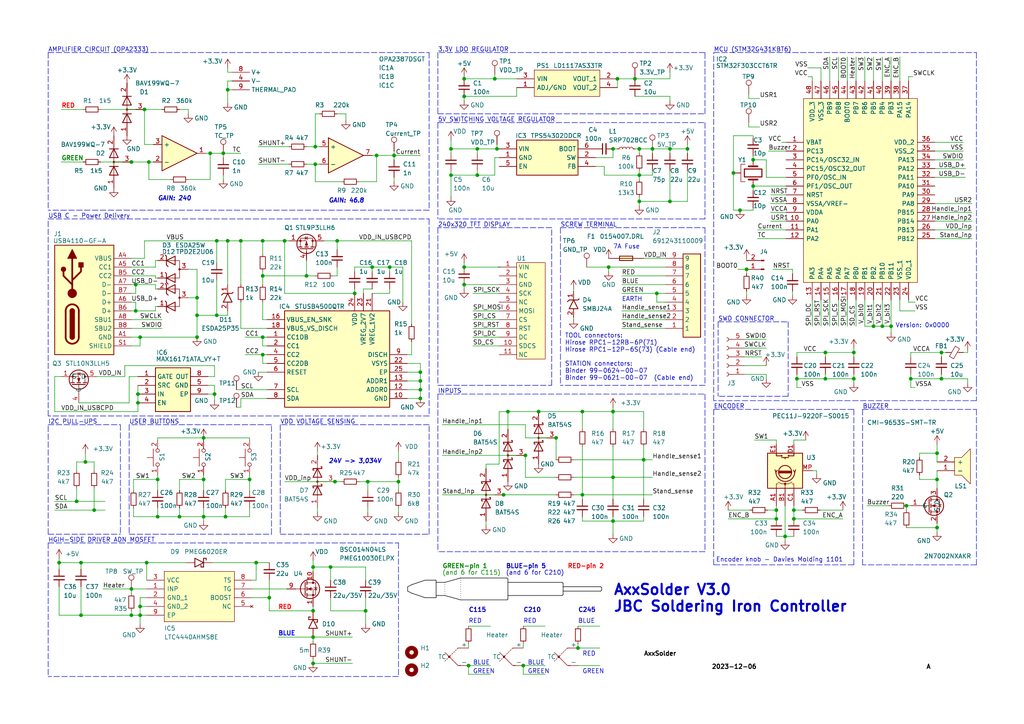
<source format=kicad_sch>
(kicad_sch (version 20230121) (generator eeschema)
  (paper "A4")
  (junction (at 152.4 132.08))
  (junction (at 212.725 50.165))
  (junction (at 255.905 94.615))
  (junction (at 271.78 153.035))
  (junction (at 40.005 116.84))
  (junction (at 225.171 150.495))
  (junction (at 239.395 109.855))
  (junction (at 41.91 31.75))
  (junction (at 264.16 109.855))
  (junction (at 23.495 163.195))
  (junction (at 230.251 147.955))
  (junction (at 218.44 46.355))
  (junction (at 273.05 102.235))
  (junction (at 231.14 109.855))
  (junction (at 177.8 119.38))
  (junction (at 59.055 149.86))
  (junction (at 225.171 147.955))
  (junction (at 106.68 139.7))
  (junction (at 194.31 58.42))
  (junction (at 146.05 143.51))
  (junction (at 90.805 164.465))
  (junction (at 189.23 43.18))
  (junction (at 65.405 149.86))
  (junction (at 138.43 43.18))
  (junction (at 76.2 69.85))
  (junction (at 194.31 43.18))
  (junction (at 45.72 149.86))
  (junction (at 130.81 43.18))
  (junction (at 247.65 109.855))
  (junction (at 45.72 139.065))
  (junction (at 190.5 85.09))
  (junction (at 60.96 44.45))
  (junction (at 227.711 155.575))
  (junction (at 179.07 22.86))
  (junction (at 66.04 26.035))
  (junction (at 57.15 91.44))
  (junction (at 52.07 149.86))
  (junction (at 107.95 77.47))
  (junction (at 38.1 170.815))
  (junction (at 27.305 147.955))
  (junction (at 144.145 43.18))
  (junction (at 22.225 145.415))
  (junction (at 114.3 45.085))
  (junction (at 247.65 102.235))
  (junction (at 271.78 139.065))
  (junction (at 176.53 77.47))
  (junction (at 143.51 22.86))
  (junction (at 38.1 178.435))
  (junction (at 42.545 163.195))
  (junction (at 90.805 177.165))
  (junction (at 76.2 102.87))
  (junction (at 230.251 150.495))
  (junction (at 109.22 45.085))
  (junction (at 239.395 102.235))
  (junction (at 40.64 178.435))
  (junction (at 17.145 163.195))
  (junction (at 214.63 60.96))
  (junction (at 156.21 119.38))
  (junction (at 177.8 138.43))
  (junction (at 177.8 43.18))
  (junction (at 271.78 131.445))
  (junction (at 199.39 43.18))
  (junction (at 161.29 127))
  (junction (at 62.865 91.44))
  (junction (at 66.04 69.85))
  (junction (at 115.57 139.7))
  (junction (at 43.18 46.99))
  (junction (at 106.045 177.165))
  (junction (at 76.2 80.01))
  (junction (at 218.44 53.975))
  (junction (at 62.865 69.85))
  (junction (at 253.365 94.615))
  (junction (at 40.005 114.3))
  (junction (at 72.39 139.065))
  (junction (at 273.05 109.855))
  (junction (at 88.9 80.01))
  (junction (at 168.91 119.38))
  (junction (at 102.87 85.09))
  (junction (at 134.62 82.55))
  (junction (at 59.055 127))
  (junction (at 82.55 69.85))
  (junction (at 78.105 173.355))
  (junction (at 262.89 146.685))
  (junction (at 113.03 77.47))
  (junction (at 90.805 184.785))
  (junction (at 121.92 115.57))
  (junction (at 168.91 143.51))
  (junction (at 23.495 178.435))
  (junction (at 24.765 133.985))
  (junction (at 39.37 82.55))
  (junction (at 121.92 110.49))
  (junction (at 40.64 175.895))
  (junction (at 134.62 22.86))
  (junction (at 39.37 90.17))
  (junction (at 76.2 97.79))
  (junction (at 138.43 50.8))
  (junction (at 91.44 42.545))
  (junction (at 62.23 114.3))
  (junction (at 74.295 163.195))
  (junction (at 185.42 58.42))
  (junction (at 95.885 164.465))
  (junction (at 57.15 97.79))
  (junction (at 134.62 77.47))
  (junction (at 64.77 44.45))
  (junction (at 185.42 50.8))
  (junction (at 147.32 119.38))
  (junction (at 177.8 151.13))
  (junction (at 258.445 94.615))
  (junction (at 121.92 113.03))
  (junction (at 167.64 187.96))
  (junction (at 135.89 193.04))
  (junction (at 57.15 86.36))
  (junction (at 185.42 43.18))
  (junction (at 121.92 107.95))
  (junction (at 91.44 47.625))
  (junction (at 151.765 193.04))
  (junction (at 97.155 139.7))
  (junction (at 90.805 192.405))
  (junction (at 216.535 78.105))
  (junction (at 38.1 46.99))
  (junction (at 69.85 69.85))
  (junction (at 134.62 27.94))
  (junction (at 184.15 22.86))
  (junction (at 59.055 139.065))
  (junction (at 186.69 133.35))
  (junction (at 97.79 69.85))
  (junction (at 40.64 97.79))
  (junction (at 130.81 50.8))
  (wire (pts (xy 248.285 16.51) (xy 248.285 23.495)))
  (polyline (pts (xy 228.6 93.345) (xy 228.6 114.935)) (stroke (width 0) (type dash)))
  (wire (pts (xy 175.26 50.8) (xy 185.42 50.8)))
  (polyline (pts (xy 250.19 118.745) (xy 283.21 118.745)) (stroke (width 0) (type dash)))
  (wire (pts (xy 17.145 161.925) (xy 17.145 163.195)))
  (wire (pts (xy 130.81 43.18) (xy 138.43 43.18)))
  (wire (pts (xy 243.205 16.51) (xy 243.205 23.495)))
  (wire (pts (xy 168.91 119.38) (xy 177.8 119.38)))
  (wire (pts (xy 74.295 163.195) (xy 78.105 163.195)))
  (wire (pts (xy 95.885 173.355) (xy 95.885 177.165)))
  (polyline (pts (xy 13.97 157.48) (xy 115.57 157.48)) (stroke (width 0) (type dash)))
  (wire (pts (xy 96.52 80.01) (xy 97.79 80.01)))
  (wire (pts (xy 258.445 96.52) (xy 258.445 94.615)))
  (wire (pts (xy 266.7 137.795) (xy 266.7 139.065)))
  (wire (pts (xy 15.875 109.22) (xy 17.78 109.22)))
  (wire (pts (xy 152.4 138.43) (xy 152.4 132.08)))
  (wire (pts (xy 73.025 170.815) (xy 83.185 170.815)))
  (wire (pts (xy 106.045 177.165) (xy 106.045 180.975)))
  (wire (pts (xy 42.545 178.435) (xy 40.64 178.435)))
  (wire (pts (xy 92.075 147.32) (xy 92.075 148.59)))
  (wire (pts (xy 147.32 172.72) (xy 163.068 172.72)) (stroke (width 0) (color 0 0 0 1)))
  (wire (pts (xy 66.04 26.035) (xy 66.04 29.845)))
  (wire (pts (xy 54.61 86.36) (xy 57.15 86.36)))
  (wire (pts (xy 115.57 139.7) (xy 115.57 142.24)))
  (wire (pts (xy 134.62 82.55) (xy 134.62 83.82)))
  (wire (pts (xy 45.085 88.9) (xy 45.72 88.9)))
  (wire (pts (xy 253.365 86.995) (xy 253.365 94.615)))
  (wire (pts (xy 194.31 29.21) (xy 194.31 27.94)))
  (wire (pts (xy 143.51 21.59) (xy 143.51 22.86)))
  (wire (pts (xy 17.145 178.435) (xy 17.145 170.18)))
  (wire (pts (xy 247.65 108.585) (xy 247.65 109.855)))
  (wire (pts (xy 225.171 147.955) (xy 222.631 147.955)))
  (wire (pts (xy 121.92 110.49) (xy 121.92 113.03)))
  (wire (pts (xy 174.244 170.18) (xy 174.498 170.434)) (stroke (width 0) (color 0 0 0 1)))
  (wire (pts (xy 137.16 95.25) (xy 144.78 95.25)))
  (wire (pts (xy 114.3 52.705) (xy 114.3 51.435)))
  (wire (pts (xy 180.34 90.17) (xy 193.04 90.17)))
  (wire (pts (xy 17.145 163.195) (xy 17.145 165.1)))
  (wire (pts (xy 230.251 150.495) (xy 230.251 147.955)))
  (wire (pts (xy 222.25 100.965) (xy 215.9 100.965)))
  (wire (pts (xy 97.79 80.01) (xy 97.79 77.47)))
  (wire (pts (xy 123.317 173.355) (xy 126.492 173.355)) (stroke (width 0) (color 0 0 0 1)))
  (wire (pts (xy 60.96 44.45) (xy 64.77 44.45)))
  (wire (pts (xy 229.87 85.725) (xy 229.87 84.455)))
  (wire (pts (xy 143.51 45.72) (xy 144.78 45.72)))
  (wire (pts (xy 23.495 163.195) (xy 42.545 163.195)))
  (wire (pts (xy 118.11 105.41) (xy 121.92 105.41)))
  (wire (pts (xy 92.075 130.81) (xy 92.075 132.08)))
  (wire (pts (xy 226.695 41.275) (xy 227.965 41.275)))
  (polyline (pts (xy 160.02 111.76) (xy 160.02 66.04)) (stroke (width 0) (type dash)))
  (wire (pts (xy 230.251 146.685) (xy 230.251 147.955)))
  (wire (pts (xy 265.43 87.63) (xy 263.525 87.63)))
  (wire (pts (xy 167.64 187.96) (xy 167.64 186.69)))
  (wire (pts (xy 260.985 90.17) (xy 260.985 86.995)))
  (wire (pts (xy 163.322 171.45) (xy 174.244 171.45)) (stroke (width 0) (color 0 0 0 1)))
  (wire (pts (xy 271.145 66.675) (xy 281.94 66.675)))
  (wire (pts (xy 45.085 90.17) (xy 45.085 88.9)))
  (wire (pts (xy 104.14 139.7) (xy 106.68 139.7)))
  (wire (pts (xy 62.23 109.22) (xy 60.325 109.22)))
  (wire (pts (xy 130.81 49.53) (xy 130.81 50.8)))
  (wire (pts (xy 41.91 31.75) (xy 46.99 31.75)))
  (wire (pts (xy 62.865 91.44) (xy 66.04 91.44)))
  (wire (pts (xy 22.225 145.415) (xy 30.48 145.415)))
  (wire (pts (xy 238.125 19.685) (xy 234.315 19.685)))
  (wire (pts (xy 271.145 48.895) (xy 280.035 48.895)))
  (wire (pts (xy 180.34 95.25) (xy 193.04 95.25)))
  (wire (pts (xy 78.105 168.275) (xy 78.105 173.355)))
  (wire (pts (xy 194.31 43.18) (xy 199.39 43.18)))
  (wire (pts (xy 39.37 90.17) (xy 45.085 90.17)))
  (wire (pts (xy 106.045 168.275) (xy 106.045 164.465)))
  (wire (pts (xy 271.78 151.765) (xy 271.78 153.035)))
  (wire (pts (xy 76.2 92.71) (xy 77.47 92.71)))
  (polyline (pts (xy 124.46 123.19) (xy 81.28 123.19)) (stroke (width 0) (type dash)))
  (wire (pts (xy 77.47 97.79) (xy 76.2 97.79)))
  (wire (pts (xy 223.52 64.135) (xy 227.965 64.135)))
  (polyline (pts (xy 127 35.56) (xy 127 63.5)) (stroke (width 0) (type dash)))
  (wire (pts (xy 222.25 51.435) (xy 222.25 46.355)))
  (wire (pts (xy 273.05 109.855) (xy 280.67 109.855)))
  (wire (pts (xy 142.24 181.61) (xy 135.89 181.61)))
  (wire (pts (xy 107.95 77.47) (xy 107.95 78.74)))
  (polyline (pts (xy 207.01 163.83) (xy 207.01 118.745)) (stroke (width 0) (type dash)))
  (polyline (pts (xy 37.465 123.19) (xy 37.465 154.94)) (stroke (width 0) (type dash)))
  (wire (pts (xy 133.604 167.64) (xy 133.604 173.99)) (stroke (width 0) (type dot) (color 0 0 0 1)))
  (wire (pts (xy 185.42 59.69) (xy 185.42 58.42)))
  (wire (pts (xy 163.322 170.18) (xy 174.244 170.18)) (stroke (width 0) (color 0 0 0 1)))
  (wire (pts (xy 179.07 22.86) (xy 184.15 22.86)))
  (wire (pts (xy 214.63 60.96) (xy 212.725 60.96)))
  (wire (pts (xy 231.14 112.395) (xy 231.14 109.855)))
  (wire (pts (xy 40.005 111.76) (xy 40.005 114.3)))
  (wire (pts (xy 57.15 91.44) (xy 57.15 86.36)))
  (wire (pts (xy 45.72 147.32) (xy 45.72 149.86)))
  (wire (pts (xy 52.07 149.86) (xy 59.055 149.86)))
  (wire (pts (xy 194.31 44.45) (xy 194.31 43.18)))
  (wire (pts (xy 211.201 150.495) (xy 225.171 150.495)))
  (wire (pts (xy 64.77 50.8) (xy 64.77 52.07)))
  (wire (pts (xy 273.05 109.855) (xy 273.05 108.585)))
  (wire (pts (xy 179.07 22.86) (xy 179.07 25.4)))
  (polyline (pts (xy 13.97 15.24) (xy 124.46 15.24)) (stroke (width 0) (type dash)))
  (wire (pts (xy 74.93 47.625) (xy 83.82 47.625)))
  (wire (pts (xy 177.8 119.38) (xy 177.8 124.46)))
  (wire (pts (xy 72.39 147.32) (xy 72.39 149.86)))
  (wire (pts (xy 260.985 16.51) (xy 260.985 23.495)))
  (wire (pts (xy 168.91 119.38) (xy 168.91 124.46)))
  (wire (pts (xy 57.15 78.105) (xy 54.61 78.105)))
  (wire (pts (xy 126.492 168.275) (xy 123.317 168.275)) (stroke (width 0) (color 0 0 0 1)))
  (wire (pts (xy 151.765 193.04) (xy 158.115 193.04)))
  (polyline (pts (xy 78.74 123.19) (xy 37.465 123.19)) (stroke (width 0) (type dash)))
  (wire (pts (xy 271.78 128.905) (xy 271.78 131.445)))
  (wire (pts (xy 38.1 77.47) (xy 45.085 77.47)))
  (wire (pts (xy 52.07 139.065) (xy 52.07 142.24)))
  (wire (pts (xy 273.05 102.235) (xy 274.32 102.235)))
  (wire (pts (xy 147.066 167.64) (xy 147.32 167.894)) (stroke (width 0) (color 0 0 0 1)))
  (wire (pts (xy 216.535 84.455) (xy 216.535 85.725)))
  (wire (pts (xy 88.9 80.01) (xy 91.44 80.01)))
  (wire (pts (xy 66.04 23.495) (xy 67.31 23.495)))
  (wire (pts (xy 245.745 86.995) (xy 245.745 94.615)))
  (wire (pts (xy 263.525 87.63) (xy 263.525 86.995)))
  (wire (pts (xy 107.95 45.085) (xy 109.22 45.085)))
  (wire (pts (xy 227.711 155.575) (xy 227.711 156.845)))
  (wire (pts (xy 45.085 80.645) (xy 45.72 80.645)))
  (wire (pts (xy 59.055 127) (xy 72.39 127)))
  (wire (pts (xy 40.005 116.84) (xy 40.005 119.38)))
  (polyline (pts (xy 124.46 63.5) (xy 124.46 120.65)) (stroke (width 0) (type dash)))
  (wire (pts (xy 138.43 49.53) (xy 138.43 50.8)))
  (wire (pts (xy 90.805 162.56) (xy 90.805 164.465)))
  (wire (pts (xy 186.69 119.38) (xy 177.8 119.38)))
  (wire (pts (xy 57.15 91.44) (xy 62.865 91.44)))
  (wire (pts (xy 97.79 69.85) (xy 97.79 72.39)))
  (wire (pts (xy 126.492 172.72) (xy 129.032 172.72)) (stroke (width 0) (color 0 0 0 1)))
  (wire (pts (xy 177.8 118.11) (xy 177.8 119.38)))
  (wire (pts (xy 76.2 102.87) (xy 76.2 105.41)))
  (wire (pts (xy 62.23 109.22) (xy 62.23 106.045)))
  (polyline (pts (xy 162.56 66.04) (xy 162.56 111.76)) (stroke (width 0) (type dash)))
  (polyline (pts (xy 124.46 15.24) (xy 124.46 60.96)) (stroke (width 0) (type dash)))
  (wire (pts (xy 24.765 131.445) (xy 24.765 133.985)))
  (wire (pts (xy 138.43 43.18) (xy 144.145 43.18)))
  (wire (pts (xy 158.115 195.58) (xy 151.765 195.58)))
  (wire (pts (xy 216.535 74.93) (xy 216.535 75.565)))
  (wire (pts (xy 45.085 77.47) (xy 45.085 75.565)))
  (wire (pts (xy 107.95 83.82) (xy 105.41 83.82)))
  (wire (pts (xy 27.305 133.985) (xy 24.765 133.985)))
  (wire (pts (xy 143.51 22.86) (xy 149.86 22.86)))
  (wire (pts (xy 42.545 175.895) (xy 40.64 175.895)))
  (polyline (pts (xy 81.28 123.19) (xy 81.28 154.94)) (stroke (width 0) (type dash)))
  (wire (pts (xy 45.72 127.635) (xy 45.72 127)))
  (wire (pts (xy 72.39 139.065) (xy 65.405 139.065)))
  (wire (pts (xy 42.545 168.275) (xy 42.545 163.195)))
  (wire (pts (xy 105.41 83.82) (xy 105.41 85.09)))
  (wire (pts (xy 180.34 92.71) (xy 193.04 92.71)))
  (polyline (pts (xy 228.6 114.935) (xy 208.28 114.935)) (stroke (width 0) (type dash)))
  (wire (pts (xy 73.025 173.355) (xy 78.105 173.355)))
  (polyline (pts (xy 34.925 123.19) (xy 34.925 154.94)) (stroke (width 0) (type dash)))
  (polyline (pts (xy 13.97 123.19) (xy 34.925 123.19)) (stroke (width 0) (type dash)))
  (polyline (pts (xy 247.65 118.745) (xy 247.65 163.83)) (stroke (width 0) (type dash)))
  (wire (pts (xy 271.78 153.035) (xy 271.78 154.305)))
  (wire (pts (xy 245.745 16.51) (xy 245.745 23.495)))
  (wire (pts (xy 38.735 147.32) (xy 38.735 149.86)))
  (wire (pts (xy 62.23 111.76) (xy 60.325 111.76)))
  (wire (pts (xy 45.72 137.795) (xy 45.72 139.065)))
  (wire (pts (xy 121.92 107.95) (xy 121.92 110.49)))
  (wire (pts (xy 90.805 175.895) (xy 90.805 177.165)))
  (wire (pts (xy 22.225 133.985) (xy 22.225 136.525)))
  (wire (pts (xy 271.145 41.275) (xy 279.4 41.275)))
  (wire (pts (xy 216.535 78.105) (xy 216.535 79.375)))
  (wire (pts (xy 57.15 86.36) (xy 57.15 78.105)))
  (wire (pts (xy 264.16 108.585) (xy 264.16 109.855)))
  (wire (pts (xy 92.71 33.02) (xy 91.44 33.02)))
  (wire (pts (xy 114.3 43.815) (xy 114.3 45.085)))
  (wire (pts (xy 143.51 50.8) (xy 143.51 45.72)))
  (wire (pts (xy 116.84 77.47) (xy 113.03 77.47)))
  (wire (pts (xy 73.025 168.275) (xy 74.295 168.275)))
  (wire (pts (xy 40.64 97.79) (xy 40.64 100.33)))
  (wire (pts (xy 24.765 133.985) (xy 22.225 133.985)))
  (wire (pts (xy 189.23 43.18) (xy 194.31 43.18)))
  (wire (pts (xy 262.89 153.035) (xy 271.78 153.035)))
  (wire (pts (xy 130.81 57.15) (xy 130.81 50.8)))
  (wire (pts (xy 149.86 27.94) (xy 149.86 25.4)))
  (wire (pts (xy 280.67 101.6) (xy 280.67 102.235)))
  (wire (pts (xy 194.31 58.42) (xy 199.39 58.42)))
  (wire (pts (xy 65.405 139.065) (xy 65.405 142.24)))
  (polyline (pts (xy 247.65 163.83) (xy 207.01 163.83)) (stroke (width 0) (type dash)))
  (polyline (pts (xy 127 33.02) (xy 204.47 33.02)) (stroke (width 0) (type dash)))
  (wire (pts (xy 43.18 46.99) (xy 43.18 52.07)))
  (wire (pts (xy 271.78 139.065) (xy 271.78 141.605)))
  (wire (pts (xy 107.95 85.09) (xy 113.03 85.09)))
  (wire (pts (xy 119.507 172.085) (xy 123.317 173.355)) (stroke (width 0) (color 0 0 0 1)))
  (wire (pts (xy 38.1 90.17) (xy 39.37 90.17)))
  (wire (pts (xy 52.07 147.32) (xy 52.07 149.86)))
  (wire (pts (xy 227.965 51.435) (xy 222.25 51.435)))
  (wire (pts (xy 266.7 139.065) (xy 271.78 139.065)))
  (wire (pts (xy 61.595 163.195) (xy 74.295 163.195)))
  (wire (pts (xy 69.85 87.63) (xy 69.85 95.25)))
  (polyline (pts (xy 283.21 163.83) (xy 250.19 163.83)) (stroke (width 0) (type dash)))
  (wire (pts (xy 218.44 39.37) (xy 218.44 40.005)))
  (wire (pts (xy 60.96 44.45) (xy 60.96 52.07)))
  (wire (pts (xy 279.4 102.235) (xy 280.67 102.235)))
  (wire (pts (xy 135.89 193.04) (xy 142.24 193.04)))
  (wire (pts (xy 185.42 50.8) (xy 185.42 49.53)))
  (wire (pts (xy 281.94 64.135) (xy 271.145 64.135)))
  (wire (pts (xy 23.495 178.435) (xy 23.495 170.18)))
  (wire (pts (xy 76.2 97.79) (xy 76.2 100.33)))
  (wire (pts (xy 100.33 34.925) (xy 100.33 33.02)))
  (wire (pts (xy 76.2 69.85) (xy 82.55 69.85)))
  (wire (pts (xy 72.39 127.635) (xy 72.39 127)))
  (polyline (pts (xy 124.46 60.96) (xy 13.97 60.96)) (stroke (width 0) (type dash)))
  (wire (pts (xy 39.37 82.55) (xy 45.085 82.55)))
  (wire (pts (xy 168.91 143.51) (xy 168.91 144.78)))
  (wire (pts (xy 66.04 26.035) (xy 67.31 26.035)))
  (wire (pts (xy 222.885 43.815) (xy 227.965 43.815)))
  (polyline (pts (xy 160.02 66.04) (xy 127 66.04)) (stroke (width 0) (type dash)))
  (wire (pts (xy 45.72 127) (xy 59.055 127)))
  (wire (pts (xy 130.81 50.8) (xy 138.43 50.8)))
  (wire (pts (xy 39.37 82.55) (xy 39.37 85.09)))
  (wire (pts (xy 115.57 130.81) (xy 115.57 133.35)))
  (wire (pts (xy 220.345 36.83) (xy 217.17 36.83)))
  (wire (pts (xy 118.11 107.95) (xy 121.92 107.95)))
  (wire (pts (xy 247.65 102.235) (xy 247.65 103.505)))
  (wire (pts (xy 57.15 91.44) (xy 57.15 97.79)))
  (wire (pts (xy 88.9 47.625) (xy 91.44 47.625)))
  (wire (pts (xy 185.42 43.18) (xy 189.23 43.18)))
  (wire (pts (xy 121.92 113.03) (xy 121.92 115.57)))
  (polyline (pts (xy 204.47 66.04) (xy 204.47 111.76)) (stroke (width 0) (type dash)))
  (polyline (pts (xy 115.57 157.48) (xy 115.57 196.215)) (stroke (width 0) (type dash)))
  (wire (pts (xy 175.26 48.26) (xy 172.72 48.26)))
  (wire (pts (xy 185.42 52.07) (xy 185.42 50.8)))
  (wire (pts (xy 264.16 109.855) (xy 273.05 109.855)))
  (wire (pts (xy 180.34 80.01) (xy 193.04 80.01)))
  (wire (pts (xy 253.365 94.615) (xy 250.825 94.615)))
  (wire (pts (xy 45.085 80.01) (xy 38.1 80.01)))
  (wire (pts (xy 215.9 108.585) (xy 222.25 108.585)))
  (wire (pts (xy 230.251 150.495) (xy 244.475 150.495)))
  (wire (pts (xy 186.69 149.86) (xy 186.69 151.13)))
  (wire (pts (xy 281.94 69.215) (xy 271.145 69.215)))
  (wire (pts (xy 177.8 43.18) (xy 177.8 45.72)))
  (wire (pts (xy 22.86 116.84) (xy 37.465 116.84)))
  (wire (pts (xy 133.604 167.64) (xy 147.066 167.64)) (stroke (width 0) (color 0 0 0 1)))
  (wire (pts (xy 168.91 151.13) (xy 177.8 151.13)))
  (wire (pts (xy 15.875 119.38) (xy 15.875 109.22)))
  (wire (pts (xy 235.585 94.615) (xy 235.585 86.995)))
  (wire (pts (xy 27.305 147.955) (xy 30.48 147.955)))
  (wire (pts (xy 235.585 22.225) (xy 234.315 22.225)))
  (polyline (pts (xy 127 111.76) (xy 160.02 111.76)) (stroke (width 0) (type dash)))
  (wire (pts (xy 77.47 102.87) (xy 76.2 102.87)))
  (polyline (pts (xy 13.97 120.65) (xy 13.97 63.5)) (stroke (width 0) (type dash)))
  (wire (pts (xy 129.032 172.72) (xy 133.604 173.99)) (stroke (width 0) (color 0 0 0 1)))
  (wire (pts (xy 38.1 178.435) (xy 40.64 178.435)))
  (wire (pts (xy 177.8 43.18) (xy 179.07 43.18)))
  (wire (pts (xy 218.44 53.975) (xy 218.44 55.245)))
  (wire (pts (xy 271.145 51.435) (xy 280.035 51.435)))
  (wire (pts (xy 118.237 171.45) (xy 119.507 172.085)) (stroke (width 0) (color 0 0 0 1)))
  (wire (pts (xy 147.32 168.91) (xy 163.068 168.91)) (stroke (width 0) (color 0 0 0 1)))
  (wire (pts (xy 167.64 187.96) (xy 173.99 187.96)))
  (wire (pts (xy 255.905 86.995) (xy 255.905 94.615)))
  (wire (pts (xy 102.87 78.74) (xy 102.87 77.47)))
  (wire (pts (xy 265.43 90.17) (xy 260.985 90.17)))
  (wire (pts (xy 121.92 105.41) (xy 121.92 107.95)))
  (wire (pts (xy 36.195 109.22) (xy 27.94 109.22)))
  (wire (pts (xy 38.1 97.79) (xy 40.64 97.79)))
  (wire (pts (xy 194.31 49.53) (xy 194.31 58.42)))
  (wire (pts (xy 236.855 136.525) (xy 236.855 137.541)))
  (wire (pts (xy 151.765 186.69) (xy 151.765 187.96)))
  (wire (pts (xy 247.65 100.965) (xy 247.65 102.235)))
  (wire (pts (xy 118.11 110.49) (xy 121.92 110.49)))
  (wire (pts (xy 74.295 168.275) (xy 74.295 163.195)))
  (polyline (pts (xy 204.47 160.02) (xy 127 160.02)) (stroke (width 0) (type dash)))
  (wire (pts (xy 69.85 115.57) (xy 77.47 115.57)))
  (wire (pts (xy 41.91 31.75) (xy 41.91 41.91)))
  (wire (pts (xy 163.322 169.164) (xy 163.322 172.466)) (stroke (width 0) (color 0 0 0 1)))
  (wire (pts (xy 82.55 85.09) (xy 102.87 85.09)))
  (wire (pts (xy 113.03 78.74) (xy 113.03 77.47)))
  (wire (pts (xy 271.145 46.355) (xy 279.4 46.355)))
  (wire (pts (xy 38.1 177.165) (xy 38.1 178.435)))
  (wire (pts (xy 185.42 50.8) (xy 189.23 50.8)))
  (wire (pts (xy 23.495 178.435) (xy 38.1 178.435)))
  (wire (pts (xy 45.72 149.86) (xy 52.07 149.86)))
  (polyline (pts (xy 124.46 120.65) (xy 13.97 120.65)) (stroke (width 0) (type dash)))
  (wire (pts (xy 106.68 139.7) (xy 106.68 142.24)))
  (wire (pts (xy 54.61 33.02) (xy 54.61 31.75)))
  (wire (pts (xy 62.23 106.045) (xy 36.195 106.045)))
  (wire (pts (xy 65.405 149.86) (xy 72.39 149.86)))
  (wire (pts (xy 40.64 175.895) (xy 40.64 178.435)))
  (wire (pts (xy 118.11 113.03) (xy 121.92 113.03)))
  (wire (pts (xy 227.711 146.685) (xy 227.711 155.575)))
  (wire (pts (xy 184.15 22.225) (xy 184.15 22.86)))
  (wire (pts (xy 258.445 86.995) (xy 258.445 94.615)))
  (wire (pts (xy 93.98 69.85) (xy 97.79 69.85)))
  (polyline (pts (xy 13.97 154.94) (xy 34.925 154.94)) (stroke (width 0) (type dash)))
  (wire (pts (xy 60.96 52.07) (xy 54.61 52.07)))
  (wire (pts (xy 62.23 116.205) (xy 62.23 114.3)))
  (wire (pts (xy 193.04 87.63) (xy 190.5 87.63)))
  (wire (pts (xy 190.5 87.63) (xy 190.5 85.09)))
  (wire (pts (xy 40.64 100.33) (xy 38.1 100.33)))
  (wire (pts (xy 69.85 69.85) (xy 69.85 82.55)))
  (wire (pts (xy 189.23 50.8) (xy 189.23 49.53)))
  (wire (pts (xy 46.99 95.25) (xy 38.1 95.25)))
  (wire (pts (xy 255.905 16.51) (xy 255.905 23.495)))
  (wire (pts (xy 38.1 170.815) (xy 38.1 172.085)))
  (wire (pts (xy 107.95 77.47) (xy 113.03 77.47)))
  (wire (pts (xy 119.38 102.87) (xy 118.11 102.87)))
  (polyline (pts (xy 204.47 63.5) (xy 127 63.5)) (stroke (width 0) (type dash)))
  (wire (pts (xy 176.53 78.74) (xy 176.53 77.47)))
  (wire (pts (xy 227.711 155.575) (xy 230.251 155.575)))
  (wire (pts (xy 186.69 133.35) (xy 189.23 133.35)))
  (wire (pts (xy 66.04 23.495) (xy 66.04 26.035)))
  (wire (pts (xy 146.05 143.51) (xy 161.29 143.51)))
  (wire (pts (xy 106.045 177.165) (xy 106.045 173.355)))
  (polyline (pts (xy 283.21 116.205) (xy 207.01 116.205)) (stroke (width 0) (type dash)))
  (wire (pts (xy 45.085 80.645) (xy 45.085 80.01)))
  (wire (pts (xy 177.8 151.13) (xy 177.8 154.94)))
  (wire (pts (xy 222.25 46.355) (xy 218.44 46.355)))
  (polyline (pts (xy 127 114.3) (xy 127 160.02)) (stroke (width 0) (type dash)))
  (wire (pts (xy 152.4 138.43) (xy 161.29 138.43)))
  (wire (pts (xy 76.2 80.01) (xy 76.2 82.55)))
  (wire (pts (xy 76.2 78.74) (xy 76.2 80.01)))
  (wire (pts (xy 38.735 149.86) (xy 45.72 149.86)))
  (wire (pts (xy 266.7 131.445) (xy 266.7 132.715)))
  (wire (pts (xy 177.8 138.43) (xy 177.8 144.78)))
  (wire (pts (xy 184.15 22.86) (xy 194.31 22.86)))
  (wire (pts (xy 175.26 50.8) (xy 175.26 48.26)))
  (wire (pts (xy 152.4 127) (xy 161.29 127)))
  (wire (pts (xy 130.81 40.64) (xy 130.81 43.18)))
  (wire (pts (xy 243.205 86.995) (xy 243.205 94.615)))
  (wire (pts (xy 71.12 102.87) (xy 76.2 102.87)))
  (wire (pts (xy 233.68 127.635) (xy 230.251 127.635)))
  (wire (pts (xy 225.171 146.685) (xy 225.171 147.955)))
  (wire (pts (xy 138.43 43.18) (xy 138.43 44.45)))
  (wire (pts (xy 130.81 43.18) (xy 130.81 44.45)))
  (wire (pts (xy 271.145 43.815) (xy 279.4 43.815)))
  (wire (pts (xy 199.39 41.91) (xy 199.39 43.18)))
  (wire (pts (xy 184.15 43.18) (xy 185.42 43.18)))
  (wire (pts (xy 224.155 78.105) (xy 229.87 78.105)))
  (wire (pts (xy 168.91 129.54) (xy 168.91 143.51)))
  (wire (pts (xy 239.395 102.235) (xy 239.395 103.505)))
  (polyline (pts (xy 78.74 154.94) (xy 78.74 123.19)) (stroke (width 0) (type dash)))
  (wire (pts (xy 166.37 138.43) (xy 177.8 138.43)))
  (wire (pts (xy 76.2 87.63) (xy 76.2 92.71)))
  (wire (pts (xy 158.115 181.61) (xy 151.765 181.61)))
  (wire (pts (xy 177.8 149.86) (xy 177.8 151.13)))
  (wire (pts (xy 140.97 134.62) (xy 140.97 135.89)))
  (wire (pts (xy 258.445 16.51) (xy 258.445 23.495)))
  (wire (pts (xy 64.77 44.45) (xy 69.85 44.45)))
  (wire (pts (xy 240.665 86.995) (xy 240.665 94.615)))
  (wire (pts (xy 97.79 69.85) (xy 119.38 69.85)))
  (wire (pts (xy 166.37 143.51) (xy 168.91 143.51)))
  (wire (pts (xy 271.78 136.525) (xy 271.78 139.065)))
  (polyline (pts (xy 283.21 110.49) (xy 283.21 116.205)) (stroke (width 0) (type dash)))
  (wire (pts (xy 134.62 22.86) (xy 143.51 22.86)))
  (wire (pts (xy 40.64 173.355) (xy 40.64 175.895)))
  (wire (pts (xy 142.24 195.58) (xy 135.89 195.58)))
  (wire (pts (xy 218.44 45.085) (xy 218.44 46.355)))
  (wire (pts (xy 163.322 172.466) (xy 163.068 172.72)) (stroke (width 0) (color 0 0 0 1)))
  (wire (pts (xy 95.885 177.165) (xy 106.045 177.165)))
  (wire (pts (xy 97.155 139.7) (xy 99.06 139.7)))
  (wire (pts (xy 134.62 77.47) (xy 144.78 77.47)))
  (polyline (pts (xy 127 114.3) (xy 204.47 114.3)) (stroke (width 0) (type dash)))
  (wire (pts (xy 144.78 119.38) (xy 147.32 119.38)))
  (wire (pts (xy 80.645 184.785) (xy 90.805 184.785)))
  (wire (pts (xy 213.995 78.105) (xy 216.535 78.105)))
  (wire (pts (xy 109.22 52.705) (xy 109.22 45.085)))
  (polyline (pts (xy 208.28 93.345) (xy 208.28 114.935)) (stroke (width 0) (type dash)))
  (wire (pts (xy 239.395 109.855) (xy 247.65 109.855)))
  (wire (pts (xy 240.665 16.51) (xy 240.665 23.495)))
  (wire (pts (xy 115.57 138.43) (xy 115.57 139.7)))
  (wire (pts (xy 137.16 90.17) (xy 144.78 90.17)))
  (wire (pts (xy 38.735 139.065) (xy 38.735 142.24)))
  (wire (pts (xy 72.39 137.795) (xy 72.39 139.065)))
  (wire (pts (xy 214.63 60.96) (xy 218.44 60.96)))
  (wire (pts (xy 230.251 127.635) (xy 230.251 128.905)))
  (wire (pts (xy 62.865 81.28) (xy 62.865 91.44)))
  (polyline (pts (xy 124.46 154.94) (xy 124.46 123.19)) (stroke (width 0) (type dash)))
  (wire (pts (xy 280.67 111.125) (xy 280.67 109.855)))
  (wire (pts (xy 147.32 119.38) (xy 156.21 119.38)))
  (wire (pts (xy 114.3 45.085) (xy 121.92 45.085)))
  (wire (pts (xy 43.18 52.07) (xy 49.53 52.07)))
  (polyline (pts (xy 13.97 154.94) (xy 13.97 123.19)) (stroke (width 0) (type dash)))
  (wire (pts (xy 52.07 31.75) (xy 54.61 31.75)))
  (wire (pts (xy 166.37 83.82) (xy 166.37 84.455)))
  (wire (pts (xy 281.94 61.595) (xy 271.145 61.595)))
  (wire (pts (xy 15.875 147.955) (xy 27.305 147.955)))
  (wire (pts (xy 40.64 178.435) (xy 40.64 180.975)))
  (wire (pts (xy 29.21 31.75) (xy 41.91 31.75)))
  (wire (pts (xy 45.72 139.065) (xy 45.72 142.24)))
  (wire (pts (xy 38.1 46.99) (xy 43.18 46.99)))
  (wire (pts (xy 76.2 80.01) (xy 88.9 80.01)))
  (wire (pts (xy 235.585 23.495) (xy 235.585 22.225)))
  (wire (pts (xy 71.12 97.79) (xy 76.2 97.79)))
  (wire (pts (xy 273.05 102.235) (xy 273.05 103.505)))
  (wire (pts (xy 173.99 181.61) (xy 167.64 181.61)))
  (wire (pts (xy 180.34 82.55) (xy 193.04 82.55)))
  (wire (pts (xy 39.37 87.63) (xy 39.37 90.17)))
  (wire (pts (xy 76.2 100.33) (xy 77.47 100.33)))
  (wire (pts (xy 41.91 74.93) (xy 41.91 69.85)))
  (wire (pts (xy 41.91 69.85) (xy 62.865 69.85)))
  (wire (pts (xy 62.865 69.85) (xy 62.865 76.2)))
  (polyline (pts (xy 127 66.04) (xy 127 111.76)) (stroke (width 0) (type dash)))
  (wire (pts (xy 116.84 87.63) (xy 116.84 77.47)))
  (wire (pts (xy 99.06 52.705) (xy 91.44 52.705)))
  (wire (pts (xy 237.871 147.955) (xy 244.475 147.955)))
  (wire (pts (xy 238.125 23.495) (xy 238.125 19.685)))
  (wire (pts (xy 15.875 119.38) (xy 40.005 119.38)))
  (wire (pts (xy 95.885 164.465) (xy 106.045 164.465)))
  (wire (pts (xy 223.52 61.595) (xy 227.965 61.595)))
  (wire (pts (xy 218.44 39.37) (xy 212.725 39.37)))
  (wire (pts (xy 225.171 150.495) (xy 225.171 147.955)))
  (wire (pts (xy 161.29 127) (xy 161.29 133.35)))
  (wire (pts (xy 189.23 44.45) (xy 189.23 43.18)))
  (wire (pts (xy 113.03 83.82) (xy 113.03 85.09)))
  (wire (pts (xy 222.25 109.855) (xy 222.25 108.585)))
  (wire (pts (xy 213.36 50.165) (xy 212.725 50.165)))
  (wire (pts (xy 59.055 149.86) (xy 65.405 149.86)))
  (wire (pts (xy 62.865 69.85) (xy 66.04 69.85)))
  (wire (pts (xy 17.78 31.75) (xy 24.13 31.75)))
  (wire (pts (xy 140.97 134.62) (xy 144.78 134.62)))
  (wire (pts (xy 147.066 173.99) (xy 147.32 173.736)) (stroke (width 0) (color 0 0 0 1)))
  (wire (pts (xy 137.16 92.71) (xy 144.78 92.71)))
  (polyline (pts (xy 208.28 93.345) (xy 228.6 93.345)) (stroke (width 0) (type dash)))
  (wire (pts (xy 59.055 127.635) (xy 59.055 127)))
  (wire (pts (xy 147.32 167.894) (xy 147.32 173.736)) (stroke (width 0) (color 0 0 0 1)))
  (wire (pts (xy 147.32 124.46) (xy 147.32 119.38)))
  (wire (pts (xy 264.16 102.235) (xy 264.16 103.505)))
  (wire (pts (xy 134.62 22.225) (xy 134.62 22.86)))
  (wire (pts (xy 264.16 102.235) (xy 273.05 102.235)))
  (wire (pts (xy 52.07 139.065) (xy 59.055 139.065)))
  (wire (pts (xy 134.62 76.2) (xy 134.62 77.47)))
  (wire (pts (xy 59.055 149.86) (xy 59.055 151.13)))
  (wire (pts (xy 156.21 119.38) (xy 168.91 119.38)))
  (wire (pts (xy 238.125 86.995) (xy 238.125 94.615)))
  (wire (pts (xy 223.52 59.055) (xy 227.965 59.055)))
  (wire (pts (xy 82.55 69.85) (xy 83.82 69.85)))
  (polyline (pts (xy 204.47 114.3) (xy 204.47 160.02)) (stroke (width 0) (type dash)))
  (wire (pts (xy 186.69 124.46) (xy 186.69 119.38)))
  (polyline (pts (xy 204.47 33.02) (xy 204.47 15.24)) (stroke (width 0) (type dash)))
  (wire (pts (xy 115.57 147.32) (xy 115.57 148.59)))
  (wire (pts (xy 189.23 143.51) (xy 168.91 143.51)))
  (wire (pts (xy 129.032 168.91) (xy 129.032 172.72)) (stroke (width 0) (type dot) (color 0 0 0 1)))
  (wire (pts (xy 172.72 45.72) (xy 177.8 45.72)))
  (wire (pts (xy 218.44 53.975) (xy 227.965 53.975)))
  (wire (pts (xy 17.145 178.435) (xy 23.495 178.435)))
  (wire (pts (xy 17.145 163.195) (xy 23.495 163.195)))
  (wire (pts (xy 186.69 151.13) (xy 177.8 151.13)))
  (wire (pts (xy 38.1 85.09) (xy 39.37 85.09)))
  (wire (pts (xy 163.068 168.91) (xy 163.322 169.164)) (stroke (width 0) (color 0 0 0 1)))
  (wire (pts (xy 263.525 22.225) (xy 263.525 23.495)))
  (wire (pts (xy 78.105 173.355) (xy 78.105 177.165)))
  (wire (pts (xy 119.38 99.06) (xy 119.38 102.87)))
  (polyline (pts (xy 162.56 66.04) (xy 204.47 66.04)) (stroke (width 0) (type dash)))
  (wire (pts (xy 114.3 45.085) (xy 114.3 46.355)))
  (wire (pts (xy 102.87 77.47) (xy 107.95 77.47)))
  (wire (pts (xy 66.04 20.955) (xy 67.31 20.955)))
  (wire (pts (xy 223.52 56.515) (xy 227.965 56.515)))
  (wire (pts (xy 219.71 66.675) (xy 227.965 66.675)))
  (wire (pts (xy 82.55 69.85) (xy 82.55 85.09)))
  (wire (pts (xy 62.23 114.3) (xy 62.23 111.76)))
  (wire (pts (xy 218.44 60.96) (xy 218.44 60.325)))
  (wire (pts (xy 264.16 112.395) (xy 264.16 109.855)))
  (wire (pts (xy 215.9 106.045) (xy 222.25 106.045)))
  (wire (pts (xy 262.89 146.685) (xy 262.89 147.955)))
  (wire (pts (xy 95.885 164.465) (xy 95.885 168.275)))
  (wire (pts (xy 229.87 78.105) (xy 229.87 79.375)))
  (polyline (pts (xy 207.01 118.745) (xy 247.65 118.745)) (stroke (width 0) (type dash)))
  (wire (pts (xy 90.805 192.405) (xy 102.235 192.405)))
  (polyline (pts (xy 81.28 154.94) (xy 124.46 154.94)) (stroke (width 0) (type dash)))
  (wire (pts (xy 140.97 152.4) (xy 140.97 151.13)))
  (wire (pts (xy 38.1 82.55) (xy 39.37 82.55)))
  (wire (pts (xy 66.04 19.685) (xy 66.04 20.955)))
  (wire (pts (xy 95.885 164.465) (xy 90.805 164.465)))
  (wire (pts (xy 264.795 22.225) (xy 263.525 22.225)))
  (wire (pts (xy 88.9 75.565) (xy 88.9 80.01)))
  (wire (pts (xy 106.68 139.7) (xy 115.57 139.7)))
  (wire (pts (xy 23.495 163.195) (xy 23.495 165.1)))
  (wire (pts (xy 177.8 129.54) (xy 177.8 138.43)))
  (wire (pts (xy 133.604 173.99) (xy 147.066 173.99)) (stroke (width 0) (color 0 0 0 1)))
  (wire (pts (xy 271.145 59.055) (xy 281.94 59.055)))
  (wire (pts (xy 144.78 134.62) (xy 144.78 119.38)))
  (wire (pts (xy 271.78 131.445) (xy 271.78 133.985)))
  (wire (pts (xy 38.1 92.71) (xy 46.99 92.71)))
  (wire (pts (xy 134.62 82.55) (xy 144.78 82.55)))
  (polyline (pts (xy 127 35.56) (xy 204.47 35.56)) (stroke (width 0) (type dash)))
  (wire (pts (xy 239.395 108.585) (xy 239.395 109.855)))
  (wire (pts (xy 90.805 164.465) (xy 90.805 165.735)))
  (wire (pts (xy 168.91 149.86) (xy 168.91 151.13)))
  (wire (pts (xy 66.04 69.85) (xy 69.85 69.85)))
  (wire (pts (xy 15.875 145.415) (xy 22.225 145.415)))
  (wire (pts (xy 144.145 41.91) (xy 144.145 43.18)))
  (wire (pts (xy 88.9 42.545) (xy 91.44 42.545)))
  (wire (pts (xy 212.725 50.165) (xy 212.725 60.96)))
  (wire (pts (xy 91.44 52.705) (xy 91.44 47.625)))
  (wire (pts (xy 220.345 28.575) (xy 217.17 28.575)))
  (wire (pts (xy 180.34 85.09) (xy 190.5 85.09)))
  (wire (pts (xy 37.465 116.84) (xy 37.465 109.22)))
  (wire (pts (xy 185.42 58.42) (xy 185.42 57.15)))
  (wire (pts (xy 69.85 69.85) (xy 76.2 69.85)))
  (wire (pts (xy 106.68 147.32) (xy 106.68 148.59)))
  (wire (pts (xy 173.99 193.04) (xy 167.64 193.04)))
  (wire (pts (xy 37.465 109.22) (xy 40.005 109.22)))
  (wire (pts (xy 78.105 177.165) (xy 90.805 177.165)))
  (wire (pts (xy 66.04 90.17) (xy 66.04 91.44)))
  (wire (pts (xy 235.585 136.525) (xy 236.855 136.525)))
  (wire (pts (xy 22.225 141.605) (xy 22.225 145.415)))
  (wire (pts (xy 27.305 141.605) (xy 27.305 147.955)))
  (wire (pts (xy 59.055 137.795) (xy 59.055 139.065)))
  (wire (pts (xy 38.1 170.815) (xy 42.545 170.815)))
  (wire (pts (xy 251.46 146.685) (xy 257.81 146.685)))
  (wire (pts (xy 74.93 107.95) (xy 77.47 107.95)))
  (wire (pts (xy 138.43 50.8) (xy 143.51 50.8)))
  (wire (pts (xy 91.44 42.545) (xy 92.71 42.545)))
  (wire (pts (xy 60.96 44.45) (xy 59.69 44.45)))
  (wire (pts (xy 217.17 35.56) (xy 217.17 36.83)))
  (polyline (pts (xy 283.21 15.24) (xy 283.21 110.49)) (stroke (width 0) (type dash)))
  (polyline (pts (xy 115.57 196.215) (xy 13.97 196.215)) (stroke (width 0) (type dash)))
  (wire (pts (xy 225.171 127.635) (xy 218.821 127.635)))
  (wire (pts (xy 239.395 102.235) (xy 247.65 102.235)))
  (wire (pts (xy 40.64 173.355) (xy 42.545 173.355)))
  (wire (pts (xy 220.98 103.505) (xy 215.9 103.505)))
  (wire (pts (xy 222.25 98.425) (xy 215.9 98.425)))
  (wire (pts (xy 59.055 139.065) (xy 59.055 142.24)))
  (wire (pts (xy 74.93 42.545) (xy 83.82 42.545)))
  (wire (pts (xy 41.91 41.91) (xy 44.45 41.91)))
  (wire (pts (xy 250.825 86.995) (xy 250.825 94.615)))
  (wire (pts (xy 199.39 44.45) (xy 199.39 43.18)))
  (wire (pts (xy 137.16 100.33) (xy 144.78 100.33)))
  (wire (pts (xy 133.604 167.64) (xy 129.032 168.91)) (stroke (width 0) (color 0 0 0 1)))
  (wire (pts (xy 186.69 133.35) (xy 186.69 144.78)))
  (wire (pts (xy 137.16 85.09) (xy 144.78 85.09)))
  (wire (pts (xy 185.42 44.45) (xy 185.42 43.18)))
  (wire (pts (xy 17.78 46.99) (xy 24.13 46.99)))
  (wire (pts (xy 166.37 133.35) (xy 186.69 133.35)))
  (wire (pts (xy 60.325 114.3) (xy 62.23 114.3)))
  (wire (pts (xy 231.14 102.235) (xy 231.14 103.505)))
  (wire (pts (xy 144.145 43.18) (xy 144.78 43.18)))
  (wire (pts (xy 212.725 39.37) (xy 212.725 50.165)))
  (wire (pts (xy 104.14 52.705) (xy 109.22 52.705)))
  (wire (pts (xy 38.1 74.93) (xy 41.91 74.93)))
  (wire (pts (xy 262.89 146.685) (xy 264.16 146.685)))
  (wire (pts (xy 90.805 186.055) (xy 90.805 184.785)))
  (wire (pts (xy 219.71 69.215) (xy 227.965 69.215)))
  (wire (pts (xy 189.23 138.43) (xy 177.8 138.43)))
  (wire (pts (xy 90.805 184.785) (xy 102.235 184.785)))
  (wire (pts (xy 43.18 46.99) (xy 44.45 46.99)))
  (wire (pts (xy 82.55 139.7) (xy 97.155 139.7)))
  (wire (pts (xy 64.77 45.72) (xy 64.77 44.45)))
  (polyline (pts (xy 127 15.24) (xy 127 33.02)) (stroke (width 0) (type dash)))
  (wire (pts (xy 128.27 123.19) (xy 152.4 123.19)))
  (polyline (pts (xy 204.47 35.56) (xy 204.47 63.5)) (stroke (width 0) (type dash)))
  (wire (pts (xy 217.17 27.305) (xy 217.17 28.575)))
  (wire (pts (xy 29.845 170.815) (xy 38.1 170.815)))
  (wire (pts (xy 40.64 97.79) (xy 57.15 97.79)))
  (wire (pts (xy 72.39 139.065) (xy 72.39 142.24)))
  (wire (pts (xy 36.195 106.045) (xy 36.195 109.22)))
  (polyline (pts (xy 13.97 63.5) (xy 124.46 63.5)) (stroke (width 0) (type dash)))
  (wire (pts (xy 151.765 193.04) (xy 151.765 195.58)))
  (wire (pts (xy 152.4 123.19) (xy 152.4 127)))
  (wire (pts (xy 186.69 129.54) (xy 186.69 133.35)))
  (polyline (pts (xy 204.47 15.24) (xy 127 15.24)) (stroke (width 0) (type dash)))
  (wire (pts (xy 199.39 49.53) (xy 199.39 58.42)))
  (wire (pts (xy 69.85 118.11) (xy 69.85 115.57)))
  (wire (pts (xy 174.498 171.196) (xy 174.244 171.45)) (stroke (width 0) (color 0 0 0 1)))
  (wire (pts (xy 225.171 155.575) (xy 227.711 155.575)))
  (wire (pts (xy 91.44 33.02) (xy 91.44 42.545)))
  (polyline (pts (xy 207.01 15.24) (xy 283.21 15.24)) (stroke (width 0) (type dash)))
  (wire (pts (xy 231.14 102.235) (xy 239.395 102.235)))
  (polyline (pts (xy 204.47 111.76) (xy 162.56 111.76)) (stroke (width 0) (type dash)))
  (wire (pts (xy 231.14 108.585) (xy 231.14 109.855)))
  (polyline (pts (xy 13.97 157.48) (xy 13.97 196.215)) (stroke (width 0) (type dash)))
  (wire (pts (xy 174.498 170.434) (xy 174.498 171.196)) (stroke (width 0) (color 0 0 0 1)))
  (wire (pts (xy 231.14 109.855) (xy 239.395 109.855)))
  (wire (pts (xy 134.62 29.21) (xy 134.62 27.94)))
  (wire (pts (xy 66.04 69.85) (xy 66.04 82.55)))
  (wire (pts (xy 258.445 94.615) (xy 255.905 94.615)))
  (wire (pts (xy 45.085 75.565) (xy 45.72 75.565)))
  (wire (pts (xy 247.65 111.125) (xy 247.65 109.855)))
  (wire (pts (xy 137.16 97.79) (xy 144.78 97.79)))
  (wire (pts (xy 38.735 139.065) (xy 45.72 139.065)))
  (wire (pts (xy 123.317 168.275) (xy 119.507 169.545)) (stroke (width 0) (color 0 0 0 1)))
  (wire (pts (xy 128.27 143.51) (xy 146.05 143.51)))
  (wire (pts (xy 118.237 170.18) (xy 118.237 171.45)) (stroke (width 0) (color 0 0 0 1)))
  (wire (pts (xy 97.79 33.02) (xy 100.33 33.02)))
  (wire (pts (xy 232.41 112.395) (xy 231.14 112.395)))
  (wire (pts (xy 68.58 118.11) (xy 69.85 118.11)))
  (polyline (pts (xy 283.21 118.745) (xy 283.21 163.83)) (stroke (width 0) (type dash)))
  (wire (pts (xy 190.5 85.09) (xy 193.04 85.09)))
  (wire (pts (xy 65.405 147.32) (xy 65.405 149.86)))
  (wire (pts (xy 76.2 69.85) (xy 76.2 73.66)))
  (wire (pts (xy 253.365 16.51) (xy 253.365 23.495)))
  (wire (pts (xy 225.171 127.635) (xy 225.171 128.905)))
  (polyline (pts (xy 207.01 116.205) (xy 207.01 15.24)) (stroke (width 0) (type dash)))
  (wire (pts (xy 194.31 22.86) (xy 194.31 20.955)))
  (wire (pts (xy 40.005 114.3) (xy 40.005 116.84)))
  (wire (pts (xy 250.825 16.51) (xy 250.825 23.495)))
  (wire (pts (xy 59.055 147.32) (xy 59.055 149.86)))
  (wire (pts (xy 118.11 115.57) (xy 121.92 115.57)))
  (wire (pts (xy 69.85 95.25) (xy 77.47 95.25)))
  (wire (pts (xy 29.21 46.99) (xy 38.1 46.99)))
  (wire (pts (xy 42.545 163.195) (xy 53.975 163.195)))
  (wire (pts (xy 266.7 131.445) (xy 271.78 131.445)))
  (wire (pts (xy 232.791 147.955) (xy 230.251 147.955)))
  (wire (pts (xy 135.89 186.69) (xy 135.89 187.96)))
  (wire (pts (xy 170.18 77.47) (xy 176.53 77.47)))
  (wire (pts (xy 126.492 168.275) (xy 126.492 173.355)) (stroke (width 0) (color 0 0 0 1)))
  (wire (pts (xy 128.27 132.08) (xy 152.4 132.08)))
  (wire (pts (xy 119.507 169.545) (xy 118.237 170.18)) (stroke (width 0) (color 0 0 0 1)))
  (wire (pts (xy 68.58 113.03) (xy 77.47 113.03)))
  (wire (pts (xy 166.37 92.075) (xy 166.37 92.71)))
  (wire (pts (xy 91.44 47.625) (xy 92.71 47.625)))
  (wire (pts (xy 255.905 94.615) (xy 253.365 94.615)))
  (polyline (pts (xy 250.19 118.745) (xy 250.19 163.83)) (stroke (width 0) (type dash)))
  (wire (pts (xy 109.22 45.085) (xy 114.3 45.085)))
  (wire (pts (xy 76.2 105.41) (xy 77.47 105.41)))
  (polyline (pts (xy 37.465 154.94) (xy 78.74 154.94)) (stroke (width 0) (type dash)))
  (wire (pts (xy 184.15 27.94) (xy 194.31 27.94)))
  (wire (pts (xy 39.37 87.63) (xy 38.1 87.63)))
  (wire (pts (xy 27.305 136.525) (xy 27.305 133.985)))
  (wire (pts (xy 135.89 193.04) (xy 135.89 195.58)))
  (wire (pts (xy 211.201 147.955) (xy 217.551 147.955)))
  (wire (pts (xy 248.285 86.995) (xy 248.285 94.615)))
  (wire (pts (xy 102.87 83.82) (xy 102.87 85.09)))
  (wire (pts (xy 119.38 69.85) (xy 119.38 93.98)))
  (polyline (pts (xy 13.97 15.24) (xy 13.97 60.96)) (stroke (width 0) (type dash)))
  (wire (pts (xy 45.085 83.82) (xy 45.72 83.82)))
  (wire (pts (xy 134.62 27.94) (xy 149.86 27.94)))
  (wire (pts (xy 185.42 58.42) (xy 194.31 58.42)))
  (wire (pts (xy 129.032 168.91) (xy 126.492 168.91)) (stroke (width 0) (color 0 0 0 1)))
  (wire (pts (xy 265.43 112.395) (xy 264.16 112.395)))
  (wire (pts (xy 90.805 191.135) (xy 90.805 192.405)))
  (wire (pts (xy 176.53 77.47) (xy 193.04 77.47)))
  (wire (pts (xy 186.69 74.93) (xy 193.04 74.93)))
  (wire (pts (xy 45.085 82.55) (xy 45.085 83.82)))
  (text "Version: 0x0000" (at 259.715 95.25 0) (effects (font (size 1.27 1.27)) (justify left bottom)))
  (text "USER BUTTONS" (at 37.465 123.19 0) (effects (font (size 1.27 1.27)) (justify left bottom)))
  (text "C115" (at 135.89 177.8 0) (effects (font (size 1.27 1.27) (thickness 0.254) bold) (justify left bottom)))
  (text "7A Fuse" (at 177.8 72.39 0) (effects (font (size 1.27 1.27)) (justify left bottom)))
  (text "Encoder knob - Davies Molding 1101" (at 207.645 163.195 0) (effects (font (size 1.27 1.27)) (justify left bottom)))
  (text "USB C - Power Delivery" (at 13.97 63.5 0) (effects (font (size 1.27 1.27)) (justify left bottom)))
  (text "MCU (STM32G431KBT6)" (at 207.01 15.24 0) (effects (font (size 1.27 1.27)) (justify left bottom)))
  (text "EARTH" (at 180.34 87.63 0) (effects (font (size 1.27 1.27)) (justify left bottom)))
  (text "GREEN" (at 137.16 195.58 0) (effects (font (size 1.27 1.27)) (justify left bottom)))
  (text "GREEN-pin 1" (at 128.27 165.1 0) (effects (font (size 1.27 1.27) (thickness 0.254) bold) (justify left bottom)))
  (text "RED\n" (at 135.89 180.975 0) (effects (font (size 1.27 1.27)) (justify left bottom)))
  (text "(and 6 for C210)" (at 146.685 167.005 0) (effects (font (size 1.27 1.27)) (justify left bottom)))
  (text "SCREW TERMINAL" (at 162.56 66.04 0) (effects (font (size 1.27 1.27)) (justify left bottom)))
  (text "AMPLIFIER CIRCUIT (OPA2333)" (at 13.97 15.24 0) (effects (font (size 1.27 1.27)) (justify left bottom)))
  (text "24V -> 3,034V" (at 95.25 134.62 0) (effects (font (size 1.27 1.27) (thickness 0.254) bold italic) (justify left bottom)))
  (text "A" (at 268.605 194.31 0) (effects (font (size 1.27 1.27) bold) (justify left bottom)))
  (text "VDD VOLTAGE SENSING" (at 81.28 123.19 0) (effects (font (size 1.27 1.27)) (justify left bottom)))
  (text "C245" (at 167.64 177.8 0) (effects (font (size 1.27 1.27) (thickness 0.254) bold) (justify left bottom)))
  (text "ENCODER" (at 207.01 118.745 0) (effects (font (size 1.27 1.27)) (justify left bottom)))
  (text "SWD CONNECTOR" (at 208.28 93.345 0) (effects (font (size 1.27 1.27)) (justify left bottom)))
  (text "BLUE" (at 153.035 193.04 0) (effects (font (size 1.27 1.27)) (justify left bottom)))
  (text "BLUE-pin 5" (at 146.685 165.1 0) (effects (font (size 1.27 1.27) (thickness 0.254) bold) (justify left bottom)))
  (text "GREEN" (at 168.91 195.58 0) (effects (font (size 1.27 1.27)) (justify left bottom)))
  (text "2023-12-06" (at 206.375 194.31 0) (effects (font (size 1.27 1.27) bold) (justify left bottom)))
  (text "BLUE" (at 137.16 193.04 0) (effects (font (size 1.27 1.27)) (justify left bottom)))
  (text "RED\n" (at 151.765 180.975 0) (effects (font (size 1.27 1.27)) (justify left bottom)))
  (text "BLUE" (at 167.64 180.975 0) (effects (font (size 1.27 1.27)) (justify left bottom)))
  (text "BUZZER" (at 250.19 118.745 0) (effects (font (size 1.27 1.27)) (justify left bottom)))
  (text "5V SWITCHING VOLTAGE REGULATOR" (at 127 35.56 0) (effects (font (size 1.27 1.27)) (justify left bottom)))
  (text "AxxSolder V3.0\nJBC Soldering Iron Controller" (at 177.8 177.8 0) (effects (font (size 3 3) (thickness 0.6) bold) (justify left bottom)))
  (text "TOOL connectors: \nHirose RPC1-12RB-6P(71) \nHirose RPC1-12P-6S(73) (Cable end)\n\nSTATION connectors:\nBinder 99-0624-00-07\nBinder 99-0621-00-07  (Cable end)" (at 163.83 110.49 0) (effects (font (size 1.27 1.27)) (justify left bottom)))
  (text "C210" (at 151.765 177.8 0) (effects (font (size 1.27 1.27) (thickness 0.254) bold) (justify left bottom)))
  (text "GREEN" (at 153.035 195.58 0) (effects (font (size 1.27 1.27)) (justify left bottom)))
  (text "INPUTS" (at 127 114.3 0) (effects (font (size 1.27 1.27)) (justify left bottom)))
  (text "HGIH-SIDE DRIVER ADN MOSFET" (at 13.97 157.48 0) (effects (font (size 1.27 1.27)) (justify left bottom)))
  (text "AxxSolder" (at 186.69 190.5 0) (effects (font (size 1.27 1.27) bold) (justify left bottom)))
  (text "RED-pin 2" (at 175.26 165.1 0) (effects (font (size 1.27 1.27) (thickness 0.254) bold) (justify right bottom)))
  (text "RED" (at 168.91 190.5 0) (effects (font (size 1.27 1.27)) (justify left bottom)))
  (text "I2C PULL-UPS" (at 13.97 123.19 0) (effects (font (size 1.27 1.27)) (justify left bottom)))
  (text "GAIN: 240" (at 45.72 58.42 0) (effects (font (size 1.27 1.27) (thickness 0.254) bold italic) (justify left bottom)))
  (text "GAIN: 46.8" (at 95.25 59.055 0) (effects (font (size 1.27 1.27) (thickness 0.254) bold italic) (justify left bottom)))
  (text "3.3V LDO REGULATOR" (at 127 15.24 0) (effects (font (size 1.27 1.27)) (justify left bottom)))
  (text "(and 6 for C115)" (at 128.27 167.005 0) (effects (font (size 1.27 1.27)) (justify left bottom)))
  (text "240x320 TFT DISPLAY" (at 127 66.04 0) (effects (font (size 1.27 1.27)) (justify left bottom)))
  (label "SPI_SCK" (at 240.665 94.615 90))
  (label "SW3" (at 250.825 16.51 270))
  (label "SPI_CS" (at 137.16 92.71 0))
  (label "Handle_sense1" (at 189.23 133.35 0))
  (label "SWDIO" (at 279.4 46.355 180))
  (label "VCC" (at 279.4 41.275 180))
  (label "SHUNT+" (at 102.235 184.785 180))
  (label "USB_D+" (at 38.1 87.63 0))
  (label "SW1" (at 218.821 127.635 0))
  (label "SHUNT-" (at 102.235 192.405 180))
  (label "Handle_sense1" (at 180.34 90.17 0))
  (label "USB_D-" (at 38.1 82.55 0))
  (label "VCCA" (at 264.795 102.235 0))
  (label "Stand_inp" (at 128.27 143.51 0))
  (label "BOOT0" (at 213.995 78.105 180))
  (label "TC" (at 69.85 44.45 180))
  (label "SW1" (at 39.37 139.065 0))
  (label "SW2" (at 253.365 16.51 270))
  (label "USR1" (at 223.52 64.135 0))
  (label "Handle_inp2" (at 281.94 64.135 180))
  (label "VDD_inp" (at 281.94 66.675 180))
  (label "VDD_IN_USBCPD" (at 33.02 119.38 180))
  (label "VSS" (at 232.41 112.395 0))
  (label "TC" (at 219.71 69.215 0))
  (label "SCL" (at 15.875 145.415 0))
  (label "SPI_DC" (at 137.16 97.79 0))
  (label "BLUE" (at 180.34 82.55 0))
  (label "BLUE" (at 80.645 184.785 0) (effects (font (thickness 0.254) bold)))
  (label "USR2" (at 281.94 59.055 180))
  (label "ENC_A" (at 258.445 16.51 270))
  (label "SPI_MOSI" (at 137.16 90.17 0))
  (label "Buzzer" (at 251.46 146.685 0))
  (label "CC1" (at 38.1 77.47 0))
  (label "Heater" (at 248.285 16.51 270))
  (label "CC2" (at 38.1 80.01 0))
  (label "SWCLK" (at 264.795 22.225 0))
  (label "Buzzer" (at 222.885 43.815 0))
  (label "NRST" (at 223.52 56.515 0))
  (label "VCC" (at 226.695 41.275 180))
  (label "VSS" (at 279.4 43.815 180))
  (label "SHUNT-" (at 74.93 47.625 0))
  (label "Heater" (at 29.845 170.815 0))
  (label "GREEN" (at 180.34 85.09 0))
  (label "SWDIO" (at 222.25 98.425 180))
  (label "Handle_inp1" (at 281.94 61.595 180))
  (label "SW2" (at 52.705 139.065 0))
  (label "BOOT0" (at 245.745 16.51 270))
  (label "VBUS" (at 53.34 69.85 180))
  (label "SPI_CS" (at 243.205 94.615 90))
  (label "SWCLK" (at 46.99 92.71 180))
  (label "SPI_RST" (at 238.125 94.615 90))
  (label "ENC_B" (at 260.985 16.51 270))
  (label "Stand_sense" (at 180.34 95.25 0))
  (label "V_bit3" (at 258.445 93.98 90))
  (label "Stand_sense" (at 189.23 143.51 0))
  (label "SDA" (at 240.665 16.51 270))
  (label "VSS" (at 265.43 90.17 0))
  (label "CC2" (at 71.12 102.87 0))
  (label "SPI_DC" (at 235.585 94.615 90))
  (label "USR1" (at 220.345 28.575 0))
  (label "ENC_B" (at 211.201 150.495 0))
  (label "SHUNT+" (at 74.93 42.545 0))
  (label "SCL" (at 69.85 113.03 0))
  (label "NRST" (at 224.155 78.105 0))
  (label "SW3" (at 66.675 139.065 0))
  (label "Handle_sense2" (at 180.34 92.71 0))
  (label "Handle_inp1" (at 128.27 123.19 0))
  (label "SD_CS" (at 248.285 94.615 90))
  (label "CC1" (at 71.12 97.79 0))
  (label "VCC" (at 265.43 87.63 0))
  (label "SPI_RST" (at 137.16 95.25 0))
  (label "USR2" (at 220.345 36.83 0))
  (label "SPI_SCK" (at 137.16 85.09 0))
  (label "USB_D-" (at 280.035 51.435 180))
  (label "ENC_A" (at 244.475 150.495 180))
  (label "USB_D+" (at 280.035 48.895 180))
  (label "VDD_IN" (at 28.575 109.22 0))
  (label "SDA" (at 15.875 147.955 0))
  (label "GREEN" (at 17.78 46.99 0) (effects (font (thickness 0.254) bold)))
  (label "VCC" (at 233.045 102.235 0))
  (label "SDA" (at 69.85 115.57 0))
  (label "Handle_inp2" (at 128.27 132.08 0))
  (label "RED" (at 80.645 177.165 0) (effects (font (thickness 0.254) bold)))
  (label "RED" (at 180.34 80.01 0))
  (label "RED" (at 17.78 31.75 0) (effects (font (thickness 0.254) bold)))
  (label "Current" (at 219.71 66.675 0))
  (label "VSSA" (at 265.43 112.395 0))
  (label "SCL" (at 243.205 16.51 270))
  (label "VDD_inp" (at 82.55 139.7 0))
  (label "V_bit2" (at 255.905 93.98 90))
  (label "Stand_inp" (at 281.94 69.215 180))
  (label "SWDIO" (at 46.99 95.25 180))
  (label "VDD_IN" (at 186.69 74.93 0))
  (label "VSSA" (at 223.52 59.055 0))
  (label "SPI_MOSI" (at 245.745 94.615 90))
  (label "SWCLK" (at 222.25 100.965 180))
  (label "VSS" (at 234.315 19.685 180))
  (label "Current" (at 121.92 45.085 180))
  (label "VDD_IN_USBCPD" (at 119.38 69.85 180))
  (label "NRST" (at 220.98 103.505 180))
  (label "V_bit1" (at 253.365 93.98 90))
  (label "SW1" (at 255.905 16.51 270))
  (label "VCC" (at 234.315 22.225 180))
  (label "V_bit0" (at 250.825 93.98 90))
  (label "VCCA" (at 223.52 61.595 0))
  (label "Handle_sense2" (at 189.23 138.43 0))
  (label "SD_CS" (at 137.16 100.33 0))
  (symbol (lib_id "power:+3.3V") (at 244.475 147.955 0) (unit 1)
    (property "Reference" "#PWR050" (effects hide))
    (property "Value" "+3.3V" (at 242.57 144.145 0))
  )
  (symbol (lib_id "Device:R_Small") (at 185.42 54.61 0) (unit 1)
    (property "Reference" "R10" (at 181.61 53.34 0))
    (property "Value" "13k3" (at 181.61 55.88 0))
    (property "Footprint" "Resistor_SMD:R_0603_1608Metric" (effects hide))
    (property "Manufacturer_Name" "Panasonic" (effects hide))
    (property "Manufacturer_Part_Number" "ERJ-6ENF1332V" (effects hide))
  )
  (symbol (lib_id "power:GND") (at 33.02 54.61 0) (unit 1)
    (property "Reference" "#PWR016" (effects hide))
    (property "Value" "GND" (at 29.21 54.61 0))
  )
  (symbol (lib_id "Device:C_Small") (at 106.045 170.815 0) (unit 1)
    (property "Reference" "C39" (at 106.68 168.91 0) (effects (justify left)))
    (property "Value" "22u/35V" (at 106.68 172.72 0) (effects (justify left)))
    (property "Footprint" "Capacitor_SMD:C_1206_3216Metric" (effects hide))
    (property "Manufacturer_Name" "TDK" (effects hide))
    (property "Manufacturer_Part_Number" "C3216X5R1V226M160AC" (effects hide))
  )
  (symbol (lib_id "Connector:TestPoint") (at 217.17 27.305 0) (unit 1) (in_bom no)
    (property "Reference" "TP9" (at 215.265 22.225 0) (effects (justify left)))
    (property "Value" "DIAG_TP" (effects hide))
    (property "Footprint" "TestPoint:TestPoint_Pad_D1.0mm" (effects hide))
    (property "Assembly Comment" "N/A" (effects hide))
  )
  (symbol (lib_id "Device:R_Small") (at 49.53 31.75 90) (unit 1)
    (property "Reference" "R2" (at 49.53 29.21 90) (effects (justify left)))
    (property "Value" "360k" (at 55.88 29.21 90) (effects (justify left)))
    (property "Footprint" "Resistor_SMD:R_0603_1608Metric" (effects hide))
    (property "Manufacturer_Name" "Panasonic" (effects hide))
    (property "Manufacturer_Part_Number" "ERJ-6ENF4703V" (effects hide))
  )
  (symbol (lib_id "ESDA25P35-1U1M:ESDA25P35-1U1M") (at 66.04 82.55 270) (unit 1)
    (property "Reference" "D11" (at 63.5 92.71 90) (effects (justify left)))
    (property "Value" "ESDA25P35" (at 58.42 95.25 90) (effects (justify left)))
    (property "Footprint" "footprints:ESDA25P351U1M" (effects hide))
    (property "Datasheet" "https://www.st.com/resource/en/datasheet/esda25p35-1u1m.pdf" (effects hide))
    (property "Height" "0.6" (effects hide))
    (property "Mouser Part Number" "511-ESDA25P35-1U1M" (effects hide))
    (property "Mouser Price/Stock" "https://www.mouser.co.uk/ProductDetail/STMicroelectronics/ESDA25P35-1U1M?qs=aVyJF2WnouQUWqgNP85ZrA%3D%3D" (effects hide))
    (property "Manufacturer_Name" "STMicroelectronics" (effects hide))
    (property "Manufacturer_Part_Number" "ESDA25P35-1U1M" (effects hide))
  )
  (symbol (lib_id "Device:R_Small") (at 115.57 135.89 0) (unit 1)
    (property "Reference" "R21" (at 118.11 134.6199 0) (effects (justify left)))
    (property "Value" "47k" (at 118.11 137.1599 0) (effects (justify left)))
    (property "Footprint" "Resistor_SMD:R_0603_1608Metric" (effects hide))
    (property "Manufacturer_Name" "Panasonic" (effects hide))
    (property "Manufacturer_Part_Number" "ERJ-6ENF4702V" (effects hide))
  )
  (symbol (lib_id "Device:C_Small") (at 45.72 144.78 0) (unit 1)
    (property "Reference" "C26" (at 46.355 142.875 0) (effects (justify left)))
    (property "Value" "100n" (at 46.355 146.685 0) (effects (justify left)))
    (property "Footprint" "Capacitor_SMD:C_0603_1608Metric" (effects hide))
    (property "Manufacturer_Name" "Murata Electronics" (effects hide))
    (property "Manufacturer_Part_Number" "GRM21BR72A104KAC4L" (effects hide))
  )
  (symbol (lib_id "power:GND") (at 214.63 60.96 0) (unit 1)
    (property "Reference" "#PWR019" (effects hide))
    (property "Value" "GND" (at 210.82 62.865 0))
  )
  (symbol (lib_id "Device:C_Small") (at 184.15 25.4 0) (unit 1)
    (property "Reference" "C2" (at 186.69 24.13 0) (effects (justify left)))
    (property "Value" "10u" (at 186.69 26.67 0) (effects (justify left)))
    (property "Footprint" "Capacitor_SMD:C_0603_1608Metric" (effects hide))
    (property "Manufacturer_Name" "Murata Electronics" (effects hide))
    (property "Manufacturer_Part_Number" "GRM21BR6YA106ME43L" (effects hide))
  )
  (symbol (lib_id "Adafruit_240x320_TFT:Adafruit_240x320_TFT") (at 144.78 77.47 0) (unit 1)
    (property "Reference" "U1" (at 149.86 74.93 0) (effects (justify left)))
    (property "Value" "~" (at 144.78 77.47 0))
    (property "Footprint" "footprints:Adafruit_240x320_TFT" (effects hide))
  )
  (symbol (lib_name "ESDA25W_1") (lib_id "ESDA25W:ESDA25W") (at 54.61 78.105 90) (unit 1)
    (property "Reference" "D3" (at 46.99 71.12 90) (effects (justify right)))
    (property "Value" "ESDA25W" (at 50.8 71.12 90) (effects (justify right)))
    (property "Footprint" "footprints:SOT65P210X110-3N" (effects hide))
    (property "Datasheet" "https://www.st.com/resource/en/datasheet/esdaxxxwx.pdf" (effects hide))
    (property "Height" "1.1" (effects hide))
    (property "Mouser Part Number" "511-ESDA25W" (effects hide))
    (property "Mouser Price/Stock" "https://www.mouser.co.uk/ProductDetail/STMicroelectronics/ESDA25W?qs=f9uBznyCLhbO4Du0O%2FZtlA%3D%3D" (effects hide))
    (property "Manufacturer_Name" "STMicroelectronics" (effects hide))
    (property "Manufacturer_Part_Number" "ESDA25W" (effects hide))
  )
  (symbol (lib_id "power:VDD") (at 166.37 83.82 0) (unit 1)
    (property "Reference" "#PWR025" (effects hide))
    (property "Value" "VDD" (at 169.545 81.915 0))
  )
  (symbol (lib_id "Device:Thermocouple") (at 149.225 190.5 0) (unit 1) (in_bom no) (on_board no)
    (property "Reference" "TC2" (effects hide))
    (property "Value" "TC" (at 144.145 190.5 0))
    (property "Assembly Comment" "N/A" (effects hide))
  )
  (symbol (lib_id "power:GND") (at 229.87 85.725 0) (unit 1)
    (property "Reference" "#PWR023" (effects hide))
    (property "Value" "GND" (at 226.06 86.995 0))
  )
  (symbol (lib_id "Device:Thermocouple") (at 133.35 190.5 0) (unit 1) (in_bom no) (on_board no)
    (property "Reference" "TC1" (effects hide))
    (property "Value" "TC" (at 128.27 190.5 0))
    (property "Assembly Comment" "N/A" (effects hide))
  )
  (symbol (lib_id "power:GND") (at 59.055 151.13 0) (unit 1)
    (property "Reference" "#PWR054" (effects hide))
    (property "Value" "GND" (at 55.245 152.4 0))
  )
  (symbol (lib_id "Device:R_Small") (at 69.85 85.09 0) (unit 1)
    (property "Reference" "R13" (at 71.12 83.82 0) (effects (justify left)))
    (property "Value" "1k" (at 71.12 86.36 0) (effects (justify left)))
    (property "Footprint" "Resistor_SMD:R_0603_1608Metric" (effects hide))
    (property "Manufacturer_Name" "Panasonic" (effects hide))
    (property "Manufacturer_Part_Number" "ERJ-6ENF2202V" (effects hide))
  )
  (symbol (lib_id "SRP7028CC-100M:SRP7028CC-100M") (at 179.07 43.18 0) (unit 1)
    (property "Reference" "L1" (at 176.53 38.1 0) (effects (justify left)))
    (property "Value" "SRP7028CC" (at 176.53 40.64 0) (effects (justify left)))
    (property "Footprint" "footprints:INDPM7366X300N" (effects hide))
    (property "Datasheet" "https://www.bourns.com/docs/Product-Datasheets/SRP7028CC.pdf" (effects hide))
    (property "Height" "3" (effects hide))
    (property "Mouser Part Number" "e" (effects hide))
    (property "Manufacturer_Name" "Bourns" (effects hide))
    (property "Manufacturer_Part_Number" "SRP7028CC-100M" (effects hide))
  )
  (symbol (lib_id "MAX16171ATA_VY+T:MAX16171ATA_VY+T") (at 40.005 109.22 0) (unit 1)
    (property "Reference" "IC6" (at 46.99 102.235 0))
    (property "Value" "MAX16171ATA_VY+T" (at 54.61 104.14 0))
    (property "Footprint" "SON50P300X200X80-9N" (effects hide))
    (property "Datasheet" "https://datasheets.maximintegrated.com/en/ds/MAX16171.pdf" (effects hide))
    (property "Height" "0.8" (effects hide))
    (property "Mouser Part Number" "700-MAX16171ATA/VY+T" (effects hide))
    (property "Mouser Price/Stock" "https://www.mouser.co.uk/ProductDetail/Maxim-Integrated/MAX16171ATA-VY%2bT?qs=zW32dvEIR3uJUsRKfY9NHQ%3D%3D" (effects hide))
    (property "Manufacturer_Name" "Analog Devices" (effects hide))
    (property "Manufacturer_Part_Number" "MAX16171ATA/VY+T" (effects hide))
  )
  (symbol (lib_id "Device:C_Small") (at 229.87 81.915 180) (unit 1)
    (property "Reference" "C14" (at 223.52 80.645 0) (effects (justify right)))
    (property "Value" "100n" (at 223.52 83.185 0) (effects (justify right)))
    (property "Footprint" "Capacitor_SMD:C_0603_1608Metric" (effects hide))
    (property "Manufacturer_Name" "Murata Electronics" (effects hide))
    (property "Manufacturer_Part_Number" "GRM21BR72A104KAC4L" (effects hide))
  )
  (symbol (lib_id "Device:R_Small") (at 185.42 46.99 0) (unit 1)
    (property "Reference" "R6" (at 181.61 45.72 0))
    (property "Value" "100k" (at 181.61 48.26 0))
    (property "Footprint" "Resistor_SMD:R_0603_1608Metric" (effects hide))
    (property "Manufacturer_Name" "Panasonic" (effects hide))
    (property "Manufacturer_Part_Number" "ERJ-6ENF1003V" (effects hide))
  )
  (symbol (lib_id "Connector:Conn_01x02_Pin") (at 221.615 78.105 180) (unit 1)
    (property "Reference" "J4" (at 220.345 73.025 0) (effects (justify right)))
    (property "Value" "Conn_01x02_Pin" (effects hide))
    (property "Footprint" "Connector_PinHeader_1.27mm:PinHeader_1x02_P1.27mm_Vertical" (effects hide))
  )
  (symbol (lib_id "Device:R_Small") (at 216.535 81.915 0) (unit 1)
    (property "Reference" "R40" (at 219.71 80.645 0))
    (property "Value" "4k7" (at 219.71 83.185 0))
    (property "Footprint" "Resistor_SMD:R_0603_1608Metric" (effects hide))
    (property "Manufacturer_Name" "Panasonic" (effects hide))
    (property "Manufacturer_Part_Number" "ERJ-6ENF1002V" (effects hide))
  )
  (symbol (lib_id "Device:R_Small") (at 260.35 146.685 90) (unit 1)
    (property "Reference" "R31" (at 260.35 141.605 90))
    (property "Value" "220" (at 260.35 144.145 90))
    (property "Footprint" "Resistor_SMD:R_0603_1608Metric" (effects hide))
    (property "Manufacturer_Name" "Panasonic" (effects hide))
    (property "Manufacturer_Part_Number" "ERJ-6ENF2200V" (effects hide))
  )
  (symbol (lib_id "Device:C_Small") (at 175.26 43.18 90) (unit 1)
    (property "Reference" "C4" (at 173.3137 37.6575 90) (effects (justify left)))
    (property "Value" "100n" (at 174.5837 40.1975 90) (effects (justify left)))
    (property "Footprint" "Capacitor_SMD:C_0603_1608Metric" (effects hide))
    (property "Manufacturer_Name" "Murata Electronics" (effects hide))
    (property "Manufacturer_Part_Number" "GRM21BR72A104KAC4L" (effects hide))
  )
  (symbol (lib_id "Device:C_Small") (at 107.95 81.28 180) (unit 1)
    (property "Reference" "C17" (at 109.22 76.2 0) (effects (justify right)))
    (property "Value" "1u" (at 109.22 78.74 0) (effects (justify right)))
    (property "Footprint" "Capacitor_SMD:C_0603_1608Metric" (effects hide))
    (property "Manufacturer_Name" "Murata Electronics" (effects hide))
    (property "Manufacturer_Part_Number" "GRM21BC72A105KE01L" (effects hide))
  )
  (symbol (lib_id "power:GND") (at 57.15 97.79 0) (unit 1)
    (property "Reference" "#PWR028" (effects hide))
    (property "Value" "GND" (at 60.96 99.06 0))
  )
  (symbol (lib_id "Device:R_Small") (at 262.89 150.495 0) (unit 1)
    (property "Reference" "R34" (at 256.54 149.225 0) (effects (justify left)))
    (property "Value" "4k7" (at 256.54 151.765 0) (effects (justify left)))
    (property "Footprint" "Resistor_SMD:R_0603_1608Metric" (effects hide))
    (property "Manufacturer_Name" "Panasonic" (effects hide))
    (property "Manufacturer_Part_Number" "ERJ-6ENF1002V" (effects hide))
  )
  (symbol (lib_id "Device:C_Small") (at 264.16 106.045 0) (unit 1)
    (property "Reference" "C24" (at 266.065 106.045 0) (effects (justify left)))
    (property "Value" "100n" (at 266.065 108.585 0) (effects (justify left)))
    (property "Footprint" "Capacitor_SMD:C_0603_1608Metric" (effects hide))
    (property "Manufacturer_Name" "Murata Electronics" (effects hide))
    (property "Manufacturer_Part_Number" "GRM21BR72A104KAC4L" (effects hide))
  )
  (symbol (lib_id "power:+3.3V") (at 66.04 19.685 0) (unit 1)
    (property "Reference" "#PWR01" (effects hide))
    (property "Value" "+3.3V" (at 61.595 17.78 0))
  )
  (symbol (lib_id "Device:D_Schottky_Dual_Series_AKC") (at 140.97 143.51 90) (unit 1)
    (property "Reference" "D8" (at 143.51 146.05 90) (effects (justify right)))
    (property "Value" "BAT54S" (at 143.51 148.59 90) (effects (justify right)))
    (property "Footprint" "footprints:SOT95P230X110-3N" (effects hide))
    (property "Manufacturer_Name" "Diotec Semiconductor" (effects hide))
    (property "Manufacturer_Part_Number" "BAT54S" (effects hide))
  )
  (symbol (lib_id "power:+3.3V") (at 59.055 127 0) (unit 1)
    (property "Reference" "#PWR040" (effects hide))
    (property "Value" "+3.3V" (at 55.245 125.095 0))
  )
  (symbol (lib_id "power:+3.3V") (at 280.67 101.6 0) (unit 1)
    (property "Reference" "#PWR031" (effects hide))
    (property "Value" "+3.3V" (at 276.86 98.425 0))
  )
  (symbol (lib_id "power:+5V") (at 134.62 76.2 0) (unit 1)
    (property "Reference" "#PWR021" (effects hide))
    (property "Value" "+5V" (at 130.81 73.66 0))
  )
  (symbol (lib_id "power:+3.3V") (at 92.075 130.81 0) (unit 1)
    (property "Reference" "#PWR043" (effects hide))
    (property "Value" "+3.3V" (at 95.885 129.54 0))
  )
  (symbol (lib_id "power:+3.3V") (at 36.83 24.13 0) (unit 1)
    (property "Reference" "#PWR04" (effects hide))
    (property "Value" "+3.3V" (at 36.83 20.32 0))
  )
  (symbol (lib_id "Connector:TestPoint") (at 170.18 77.47 0) (unit 1) (in_bom no)
    (property "Reference" "TP6" (at 163.195 69.85 0) (effects (justify left)))
    (property "Value" "GND_TP" (at 163.195 72.39 0) (effects (justify left)))
    (property "Footprint" "TestPoint:TestPoint_THTPad_D1.0mm_Drill0.5mm" (effects hide))
    (property "Assembly Comment" "N/A" (effects hide))
  )
  (symbol (lib_id "Device:R_Small") (at 220.091 147.955 270) (unit 1)
    (property "Reference" "R32" (at 218.821 142.875 90))
    (property "Value" "4k7" (at 218.821 145.415 90))
    (property "Footprint" "Resistor_SMD:R_0603_1608Metric" (effects hide))
    (property "Manufacturer_Name" "Panasonic" (effects hide))
    (property "Manufacturer_Part_Number" "ERJ-6ENF1002V" (effects hide))
  )
  (symbol (lib_id "Device:C_Small") (at 62.865 78.74 180) (unit 1)
    (property "Reference" "C19" (at 58.42 76.2 0) (effects (justify right)))
    (property "Value" "10u" (at 58.42 81.28 0) (effects (justify right)))
    (property "Footprint" "Capacitor_SMD:C_0603_1608Metric" (effects hide))
    (property "Manufacturer_Name" "Murata Electronics" (effects hide))
    (property "Manufacturer_Part_Number" "GRM21BR6YA106ME43L" (effects hide))
  )
  (symbol (lib_id "power:GND") (at 177.8 154.94 0) (unit 1)
    (property "Reference" "#PWR057" (effects hide))
    (property "Value" "GND" (at 181.61 156.21 0))
  )
  (symbol (lib_id "Device:R_Small") (at 235.331 147.955 270) (unit 1)
    (property "Reference" "R33" (at 234.061 142.875 90))
    (property "Value" "4k7" (at 234.061 145.415 90))
    (property "Footprint" "Resistor_SMD:R_0603_1608Metric" (effects hide))
    (property "Manufacturer_Name" "Panasonic" (effects hide))
    (property "Manufacturer_Part_Number" "ERJ-6ENF1002V" (effects hide))
  )
  (symbol (lib_id "Device:D_Schottky_Dual_Series_AKC") (at 147.32 132.08 90) (unit 1)
    (property "Reference" "D6" (at 137.16 125.73 90) (effects (justify right)))
    (property "Value" "BAT54S" (at 137.16 128.27 90) (effects (justify right)))
    (property "Footprint" "footprints:SOT95P230X110-3N" (effects hide))
    (property "Manufacturer_Name" "Diotec Semiconductor" (effects hide))
    (property "Manufacturer_Part_Number" "BAT54S" (effects hide))
  )
  (symbol (lib_id "Device:Thermocouple") (at 165.1 190.5 0) (unit 1) (in_bom no) (on_board no)
    (property "Reference" "TC3" (effects hide))
    (property "Value" "TC" (at 160.02 190.5 0))
    (property "Assembly Comment" "N/A" (effects hide))
  )
  (symbol (lib_id "power:+3.3V") (at 216.535 74.93 0) (unit 1)
    (property "Reference" "#PWR064" (effects hide))
    (property "Value" "+3.3V" (at 212.725 71.755 0))
  )
  (symbol (lib_id "ADTSM644KVTR:ADTSM644KVTR") (at 72.39 137.795 90) (unit 1)
    (property "Reference" "S3" (at 73.66 131.191 0) (effects (justify right)))
    (property "Value" "ADTSM644KVTR" (effects hide))
    (property "Footprint" "footprints:ADTSM644KVTR" (effects hide))
    (property "Height" "7.3" (effects hide))
    (property "Mouser Part Number" "642-ADTSM644KVTR" (effects hide))
    (property "Mouser Price/Stock" "https://www.mouser.co.uk/ProductDetail/Apem/ADTSM644KVTR?qs=iGLABakYCr8JAVbGN1VH7A%3D%3D" (effects hide))
    (property "Manufacturer_Name" "Apem" (effects hide))
    (property "Manufacturer_Part_Number" "ADTSM644KVTR" (effects hide))
  )
  (symbol (lib_id "Device:R_Small") (at 86.36 47.625 270) (unit 1)
    (property "Reference" "R7" (at 83.82 50.165 90))
    (property "Value" "4k7" (at 87.63 50.165 90))
    (property "Footprint" "Resistor_SMD:R_0603_1608Metric" (effects hide))
    (property "Manufacturer_Name" "Panasonic" (effects hide))
    (property "Manufacturer_Part_Number" "ERJ-6ENF4701V" (effects hide))
  )
  (symbol (lib_id "Device:C_Small") (at 199.39 46.99 180) (unit 1)
    (property "Reference" "C9" (at 199.39 49.53 0) (effects (justify right)))
    (property "Value" "22u" (at 199.39 52.07 0) (effects (justify right)))
    (property "Footprint" "Capacitor_SMD:C_1206_3216Metric" (effects hide))
    (property "Manufacturer_Name" "TDK" (effects hide))
    (property "Manufacturer_Part_Number" "C2012X6S1C226M125AC" (effects hide))
  )
  (symbol (lib_id "power:GND") (at 134.62 83.82 0) (unit 1)
    (property "Reference" "#PWR024" (effects hide))
    (property "Value" "GND" (at 130.81 86.36 0))
  )
  (symbol (lib_id "power:GND") (at 134.62 29.21 0) (unit 1)
    (property "Reference" "#PWR05" (effects hide))
    (property "Value" "GND" (at 138.43 30.48 0))
  )
  (symbol (lib_id "Device:C_Small") (at 247.65 106.045 0) (unit 1)
    (property "Reference" "C22" (at 249.555 106.045 0) (effects (justify left)))
    (property "Value" "100n" (at 249.555 108.585 0) (effects (justify left)))
    (property "Footprint" "Capacitor_SMD:C_0603_1608Metric" (effects hide))
    (property "Manufacturer_Name" "Murata Electronics" (effects hide))
    (property "Manufacturer_Part_Number" "GRM21BR72A104KAC4L" (effects hide))
  )
  (symbol (lib_id "power:VDD") (at 130.81 40.64 0) (unit 1)
    (property "Reference" "#PWR012" (effects hide))
    (property "Value" "VDD" (at 133.35 38.1 0))
  )
  (symbol (lib_id "Device:R_Small") (at 163.83 133.35 90) (unit 1)
    (property "Reference" "R19" (at 158.75 146.05 90) (effects (justify right)))
    (property "Value" "4k7" (at 165.1 146.05 90))
    (property "Footprint" "Resistor_SMD:R_0603_1608Metric" (effects hide))
    (property "Manufacturer_Name" "Panasonic" (effects hide))
    (property "Manufacturer_Part_Number" "ERJ-6ENF4701V" (effects hide))
  )
  (symbol (lib_id "Connector:TestPoint") (at 114.3 43.815 0) (unit 1) (in_bom no)
    (property "Reference" "TP4" (at 111.76 36.195 0) (effects (justify left)))
    (property "Value" "Current_TP" (at 111.76 38.735 0) (effects (justify left)))
    (property "Footprint" "TestPoint:TestPoint_Pad_D1.0mm" (effects hide))
    (property "Assembly Comment" "N/A" (effects hide))
  )
  (symbol (lib_id "power:GND") (at 66.04 29.845 0) (unit 1)
    (property "Reference" "#PWR07" (effects hide))
    (property "Value" "GND" (at 69.85 31.115 0))
  )
  (symbol (lib_id "WSLP25125L000FEA:WSLP25125L000FEA") (at 90.805 191.135 0) (unit 1)
    (property "Reference" "R39" (at 92.075 188.595 0) (effects (justify left)))
    (property "Value" "5m" (at 86.741 188.595 0) (effects (justify left)))
    (property "Footprint" "footprints:RESC6432X89N" (effects hide))
    (property "Datasheet" "https://componentsearchengine.com/Datasheets/1/WSLP25125L000FEA.pdf" (effects hide))
    (property "Description" "Current Sense Resistors - SMD 3watts .005ohms 1%" (effects hide))
    (property "Height" "0.889" (effects hide))
    (property "Mouser Part Number" "71-WSLP25125L000FEA" (effects hide))
    (property "Mouser Price/Stock" "https://www.mouser.co.uk/ProductDetail/Vishay-Dale/WSLP25125L000FEA?qs=2spUtbtSOvg97Y46VeGhKA%3D%3D" (effects hide))
    (property "Manufacturer_Name" "Vishay" (effects hide))
    (property "Manufacturer_Part_Number" "WSLP25125L000FEA" (effects hide))
  )
  (symbol (lib_id "ADTSM644KVTR:ADTSM644KVTR") (at 45.72 137.795 90) (unit 1)
    (property "Reference" "S1" (at 46.99 131.191 0) (effects (justify right)))
    (property "Value" "ADTSM644KVTR" (effects hide))
    (property "Footprint" "footprints:ADTSM644KVTR" (effects hide))
    (property "Height" "7.3" (effects hide))
    (property "Mouser Part Number" "642-ADTSM644KVTR" (effects hide))
    (property "Mouser Price/Stock" "https://www.mouser.co.uk/ProductDetail/Apem/ADTSM644KVTR?qs=iGLABakYCr8JAVbGN1VH7A%3D%3D" (effects hide))
    (property "Manufacturer_Name" "Apem" (effects hide))
    (property "Manufacturer_Part_Number" "ADTSM644KVTR" (effects hide))
  )
  (symbol (lib_name "OPA2387DSGT_1") (lib_id "OPA2387DSGT:OPA2387DSGT") (at 67.31 23.495 270) (unit 3)
    (property "Reference" "IC1" (at 109.855 24.765 90) (effects (justify left)))
    (property "Value" "OPA2387DSGT" (effects hide))
    (property "Footprint" "footprints:SON50P200X200X80-9N" (effects hide))
    (property "Datasheet" "https://www.arrow.com/en/products/opa2387dsgt/texas-instruments?region=nac" (effects hide))
    (property "Height" "0.8" (effects hide))
    (property "Mouser Part Number" "595-OPA2387DSGT" (effects hide))
    (property "Mouser Price/Stock" "https://www.mouser.co.uk/ProductDetail/Texas-Instruments/OPA2387DSGT?qs=MyNHzdoqoQIl7LJ1IzdkFA%3D%3D" (effects hide))
    (property "Manufacturer_Name" "Texas Instruments" (effects hide))
    (property "Manufacturer_Part_Number" "OPA2387DSGT" (effects hide))
  )
  (symbol (lib_id "OPA2387DSGT:OPA2387DSGT") (at 59.69 44.45 0) (unit 1)
    (property "Reference" "IC1" (at 109.855 19.685 0) (effects (justify left)))
    (property "Value" "OPA2387DSGT" (at 109.855 17.145 0) (effects (justify left)))
    (property "Footprint" "footprints:SON50P200X200X80-9N" (effects hide))
    (property "Datasheet" "https://www.arrow.com/en/products/opa2387dsgt/texas-instruments?region=nac" (effects hide))
    (property "Height" "0.8" (effects hide))
    (property "Mouser Part Number" "595-OPA2387DSGT" (effects hide))
    (property "Mouser Price/Stock" "https://www.mouser.co.uk/ProductDetail/Texas-Instruments/OPA2387DSGT?qs=MyNHzdoqoQIl7LJ1IzdkFA%3D%3D" (effects hide))
    (property "Manufacturer_Name" "Texas Instruments" (effects hide))
    (property "Manufacturer_Part_Number" "OPA2387DSGT" (effects hide))
  )
  (symbol (lib_id "power:GND") (at 54.61 33.02 0) (unit 1)
    (property "Reference" "#PWR08" (effects hide))
    (property "Value" "GND" (at 58.42 34.29 0))
  )
  (symbol (lib_id "Device:D_Schottky_Dual_Series_AKC") (at 92.075 139.7 90) (unit 1)
    (property "Reference" "D7" (at 89.535 142.24 90) (effects (justify left)))
    (property "Value" "BAT54S" (at 89.535 144.78 90) (effects (justify left)))
    (property "Footprint" "footprints:SOT95P230X110-3N" (effects hide))
    (property "Manufacturer_Name" "Diotec Semiconductor" (effects hide))
    (property "Manufacturer_Part_Number" "BAT54S" (effects hide))
  )
  (symbol (lib_id "Device:C_Small") (at 218.44 57.785 180) (unit 1)
    (property "Reference" "C12" (at 218.44 55.88 0) (effects (justify right)))
    (property "Value" "10p" (at 218.44 59.69 0) (effects (justify right)))
    (property "Footprint" "Capacitor_SMD:C_0603_1608Metric" (effects hide))
    (property "Manufacturer_Name" "Murata Electronics" (effects hide))
    (property "Manufacturer_Part_Number" "GRM21A5C2E750FW01D" (effects hide))
  )
  (symbol (lib_id "Device:D_Schottky_Dual_Series_AKC") (at 156.21 127 90) (unit 1)
    (property "Reference" "D5" (at 158.75 120.65 90) (effects (justify right)))
    (property "Value" "BAT54S" (at 158.75 123.19 90) (effects (justify right)))
    (property "Footprint" "footprints:SOT95P230X110-3N" (effects hide))
    (property "Manufacturer_Name" "Diotec Semiconductor" (effects hide))
    (property "Manufacturer_Part_Number" "BAT54S" (effects hide))
  )
  (symbol (lib_id "power:+3.3V") (at 194.31 20.955 0) (unit 1)
    (property "Reference" "#PWR02" (effects hide))
    (property "Value" "+3.3V" (at 198.12 19.685 0))
  )
  (symbol (lib_id "Device:C_Small") (at 168.91 147.32 0) (unit 1)
    (property "Reference" "C30" (at 171.45 147.32 0) (effects (justify left)))
    (property "Value" "100n" (at 171.45 149.86 0) (effects (justify left)))
    (property "Footprint" "Capacitor_SMD:C_0603_1608Metric" (effects hide))
    (property "Manufacturer_Name" "Murata Electronics" (effects hide))
    (property "Manufacturer_Part_Number" "GRM21BR72A104KAC4L" (effects hide))
  )
  (symbol (lib_id "Device:C_Small") (at 17.145 167.64 0) (unit 1)
    (property "Reference" "C36" (at 18.415 170.18 0) (effects (justify left)))
    (property "Value" "10u" (at 18.415 172.72 0) (effects (justify left)))
    (property "Footprint" "Capacitor_SMD:C_0603_1608Metric" (effects hide))
    (property "Manufacturer_Name" "Murata Electronics" (effects hide))
    (property "Manufacturer_Part_Number" "GRM21BR6YA106ME43L" (effects hide))
  )
  (symbol (lib_id "power:GND") (at 92.075 148.59 0) (unit 1)
    (property "Reference" "#PWR051" (effects hide))
    (property "Value" "GND" (at 95.885 151.13 0))
  )
  (symbol (lib_id "Device:C_Small") (at 130.81 46.99 180) (unit 1)
    (property "Reference" "C5" (at 131.445 52.07 0) (effects (justify right)))
    (property "Value" "100n" (at 131.445 54.61 0) (effects (justify right)))
    (property "Footprint" "Capacitor_SMD:C_0603_1608Metric" (effects hide))
    (property "Manufacturer_Name" "Murata Electronics" (effects hide))
    (property "Manufacturer_Part_Number" "GRM21BR72A104KAC4L" (effects hide))
  )
  (symbol (lib_id "power:GND") (at 280.67 111.125 0) (unit 1)
    (property "Reference" "#PWR036" (effects hide))
    (property "Value" "GND" (at 276.86 113.665 0))
  )
  (symbol (lib_id "Device:C_Small") (at 97.79 74.93 180) (unit 1)
    (property "Reference" "C13" (at 91.44 73.66 0) (effects (justify right)))
    (property "Value" "100n" (at 91.44 76.2 0) (effects (justify right)))
    (property "Footprint" "Capacitor_SMD:C_0603_1608Metric" (effects hide))
    (property "Manufacturer_Name" "Murata Electronics" (effects hide))
    (property "Manufacturer_Part_Number" "GRM21BR72A104KAC4L" (effects hide))
  )
  (symbol (lib_name "CMI-9653S-SMT-TR_1") (lib_id "CMI-9653S-SMT-TR:CMI-9653S-SMT-TR") (at 271.78 133.985 0) (unit 1)
    (property "Reference" "LS1" (at 276.86 140.97 0) (effects (justify left)))
    (property "Value" "CMI-9653S-SMT-TR" (at 251.46 122.555 0) (effects (justify left)))
    (property "Footprint" "footprints:CMI9653SSMTTR" (effects hide))
    (property "Datasheet" "https://componentsearchengine.com/Datasheets/1/CMI-9653S-SMT-TR.pdf" (effects hide))
    (property "Description" "Audio Indicators & Alerts Buzzer 9.6mm sq 2.7kHz 3V SMT" (effects hide))
    (property "Height" "5" (effects hide))
    (property "Mouser Part Number" "490-CMI-9653S-SMT-TR" (effects hide))
    (property "Mouser Price/Stock" "https://www.mouser.co.uk/ProductDetail/CUI-Devices/CMI-9653S-SMT-TR?qs=qCxwlXJ4fnz7UpLQu8UKbg%3D%3D" (effects hide))
    (property "Manufacturer_Name" "CUI Devices" (effects hide))
    (property "Manufacturer_Part_Number" "CMI-9653S-SMT-TR" (effects hide))
  )
  (symbol (lib_id "Device:C_Small") (at 134.62 80.01 180) (unit 1)
    (property "Reference" "C15" (at 128.27 78.74 0) (effects (justify right)))
    (property "Value" "10u" (at 128.27 81.28 0) (effects (justify right)))
    (property "Footprint" "Capacitor_SMD:C_0603_1608Metric" (effects hide))
    (property "Manufacturer_Name" "Murata Electronics" (effects hide))
    (property "Manufacturer_Part_Number" "GRM21BR6YA106ME43L" (effects hide))
  )
  (symbol (lib_id "PEC11J-9220F-S0015:PEC11J-9220F-S0015") (at 227.711 146.685 90) (unit 1)
    (property "Reference" "U3" (at 236.601 132.715 90) (effects (justify left)))
    (property "Value" "PEC11J-9220F-S0015" (at 246.38 120.65 90) (effects (justify left)))
    (property "Footprint" "footprints:PEC11J9220FS0015" (effects hide))
    (property "Datasheet" "http://www.bourns.com/docs/Product-Datasheets/PEC11J.pdf" (effects hide))
    (property "Height" "25" (effects hide))
    (property "Mouser Part Number" "652-PEC11J9220FS0015" (effects hide))
    (property "Mouser Price/Stock" "https://www.mouser.co.uk/ProductDetail/Bourns/PEC11J-9220F-S0015?qs=11PymoJGorKK%252Ba0mQ8KVhA%3D%3D" (effects hide))
    (property "Manufacturer_Name" "Bourns" (effects hide))
    (property "Manufacturer_Part_Number" "PEC11J-9220F-S0015" (effects hide))
  )
  (symbol (lib_id "power:+3.3V") (at 233.68 127.635 0) (unit 1)
    (property "Reference" "#PWR041" (effects hide))
    (property "Value" "+3.3V" (at 229.87 125.73 0))
  )
  (symbol (lib_id "STL10N3LLH5:STL10N3LLH5") (at 22.86 116.84 270) (mirror x) (unit 1)
    (property "Reference" "Q3" (at 16.51 105.41 90))
    (property "Value" "STL10N3LLH5" (at 25.4 105.41 90))
    (property "Footprint" "STL10N3LLH5" (effects hide))
    (property "Datasheet" "https://www.st.com/resource/en/datasheet/stl10n3llh5.pdf" (effects hide))
    (property "Height" "1" (effects hide))
    (property "Mouser Part Number" "511-STL10N3LLH5" (effects hide))
    (property "Mouser Price/Stock" "https://www.mouser.co.uk/ProductDetail/STMicroelectronics/STL10N3LLH5?qs=0gj%2FgiofzsOGxczN3DPYlA%3D%3D" (effects hide))
    (property "Manufacturer_Name" "STMicroelectronics" (effects hide))
    (property "Manufacturer_Part_Number" "STL10N3LLH5" (effects hide))
  )
  (symbol (lib_id "Device:C_Small") (at 177.8 147.32 0) (unit 1)
    (property "Reference" "C31" (at 180.34 147.32 0) (effects (justify left)))
    (property "Value" "100n" (at 180.34 149.86 0) (effects (justify left)))
    (property "Footprint" "Capacitor_SMD:C_0603_1608Metric" (effects hide))
    (property "Manufacturer_Name" "Murata Electronics" (effects hide))
    (property "Manufacturer_Part_Number" "GRM21BR72A104KAC4L" (effects hide))
  )
  (symbol (lib_id "Mechanical:MountingHole") (at 119.38 189.23 0) (unit 1) (in_bom no)
    (property "Reference" "H1" (at 121.92 187.9599 0) (effects (justify left)))
    (property "Value" "MountingHole" (effects hide))
    (property "Footprint" "MountingHole:MountingHole_2.5mm" (effects hide))
    (property "Assembly Comment" "N/A" (effects hide))
  )
  (symbol (lib_id "power:GND") (at 176.53 78.74 0) (unit 1)
    (property "Reference" "#PWR022" (effects hide))
    (property "Value" "GND" (at 176.53 82.55 0))
  )
  (symbol (lib_id "power:GND") (at 194.31 29.21 0) (unit 1)
    (property "Reference" "#PWR06" (effects hide))
    (property "Value" "GND" (at 198.12 30.48 0))
  )
  (symbol (lib_id "Connector:TestPoint") (at 68.58 113.03 0) (unit 1) (in_bom no)
    (property "Reference" "TP11" (at 63.5 111.125 0) (effects (justify left)))
    (property "Value" "DIAG_TP" (effects hide))
    (property "Footprint" "TestPoint:TestPoint_Pad_D1.0mm" (effects hide))
    (property "Assembly Comment" "N/A" (effects hide))
  )
  (symbol (lib_id "Connector:TestPoint") (at 217.17 35.56 0) (unit 1) (in_bom no)
    (property "Reference" "TP10" (at 214.63 30.48 0) (effects (justify left)))
    (property "Value" "DIAG_TP" (effects hide))
    (property "Footprint" "TestPoint:TestPoint_Pad_D1.0mm" (effects hide))
    (property "Assembly Comment" "N/A" (effects hide))
  )
  (symbol (lib_id "SMBJ24A:SMBJ24A") (at 166.37 84.455 270) (unit 1)
    (property "Reference" "D4" (at 168.91 86.995 90) (effects (justify left)))
    (property "Value" "SMBJ24A" (at 168.91 89.535 90) (effects (justify left)))
    (property "Footprint" "footprints:DIOM5436X261N" (effects hide))
    (property "Datasheet" "https://www.littelfuse.com/~/media/electronics/datasheets/tvs_diodes/littelfuse_tvs_diode_smbj_datasheet.pdf.pdf" (effects hide))
    (property "Height" "2.61" (effects hide))
    (property "Mouser Part Number" "576-SMBJ24A" (effects hide))
    (property "Mouser Price/Stock" "https://www.mouser.co.uk/ProductDetail/Littelfuse/SMBJ24A?qs=HR2RnyOI4E69o22M0SNNgg%3D%3D" (effects hide))
    (property "Manufacturer_Name" "LITTELFUSE" (effects hide))
    (property "Manufacturer_Part_Number" "SMBJ24A" (effects hide))
  )
  (symbol (lib_id "power:GND") (at 115.57 148.59 0) (unit 1)
    (property "Reference" "#PWR053" (effects hide))
    (property "Value" "GND" (at 119.38 151.13 0))
  )
  (symbol (lib_id "BAV199WQ-7:BAV199WQ-7") (at 36.83 39.37 90) (unit 1)
    (property "Reference" "D1" (at 43.18 26.67 90) (effects (justify left)))
    (property "Value" "BAV199WQ-7" (at 52.07 24.13 90) (effects (justify left)))
    (property "Footprint" "footprints:SOT65P210X110-3N" (effects hide))
    (property "Datasheet" "https://mentor.componentsearchengine.com/Datasheets/1/BAV199WQ-7.pdf" (effects hide))
    (property "Height" "1.1" (effects hide))
    (property "Mouser Part Number" "621-BAV199WQ-7" (effects hide))
    (property "Mouser Price/Stock" "https://www.mouser.co.uk/ProductDetail/Diodes-Incorporated/BAV199WQ-7?qs=xLhQT1EE4V%252BrO8tFabP6bQ%3D%3D" (effects hide))
    (property "Manufacturer_Name" "Diodes Incorporated" (effects hide))
    (property "Manufacturer_Part_Number" "BAV199WQ-7" (effects hide))
  )
  (symbol (lib_id "Device:C_Small") (at 95.885 170.815 0) (unit 1)
    (property "Reference" "C38" (at 96.52 168.91 0) (effects (justify left)))
    (property "Value" "22u/35V" (at 96.52 172.72 0) (effects (justify left)))
    (property "Footprint" "Capacitor_SMD:C_1206_3216Metric" (effects hide))
    (property "Manufacturer_Name" "TDK" (effects hide))
    (property "Manufacturer_Part_Number" "C3216X5R1V226M160AC" (effects hide))
  )
  (symbol (lib_id "Connector:TestPoint") (at 64.77 44.45 0) (unit 1) (in_bom no)
    (property "Reference" "TP5" (at 62.23 36.83 0) (effects (justify left)))
    (property "Value" "TC_TP" (at 62.23 39.37 0) (effects (justify left)))
    (property "Footprint" "TestPoint:TestPoint_Pad_D1.0mm" (effects hide))
    (property "Assembly Comment" "N/A" (effects hide))
  )
  (symbol (lib_id "Device:R_Small") (at 93.98 80.01 90) (unit 1)
    (property "Reference" "R12" (at 90.17 82.55 90))
    (property "Value" "100" (at 95.25 82.55 90))
    (property "Footprint" "Resistor_SMD:R_0603_1608Metric" (effects hide))
    (property "Manufacturer_Name" "Panasonic" (effects hide))
    (property "Manufacturer_Part_Number" "ERJ-6ENF1003V" (effects hide))
  )
  (symbol (lib_id "Device:C_Small") (at 23.495 167.64 0) (unit 1)
    (property "Reference" "C37" (at 24.765 170.18 0) (effects (justify left)))
    (property "Value" "100n" (at 24.765 172.72 0) (effects (justify left)))
    (property "Footprint" "Capacitor_SMD:C_0603_1608Metric" (effects hide))
    (property "Manufacturer_Name" "Murata Electronics" (effects hide))
    (property "Manufacturer_Part_Number" "GRM21BR72A104KAC4L" (effects hide))
  )
  (symbol (lib_id "Device:C_Small") (at 189.23 46.99 180) (unit 1)
    (property "Reference" "C7" (at 189.23 49.53 0) (effects (justify right)))
    (property "Value" "75p" (at 189.23 52.07 0) (effects (justify right)))
    (property "Footprint" "Capacitor_SMD:C_0603_1608Metric" (effects hide))
    (property "Manufacturer_Name" "Murata Electronics" (effects hide))
    (property "Manufacturer_Part_Number" "GRM21A5C2E750FW01D" (effects hide))
  )
  (symbol (lib_id "power:GND") (at 90.805 192.405 0) (unit 1)
    (property "Reference" "#PWR063" (effects hide))
    (property "Value" "GND" (at 86.995 193.675 0))
  )
  (symbol (lib_id "power:GND") (at 116.84 87.63 0) (unit 1)
    (property "Reference" "#PWR026" (effects hide))
    (property "Value" "GND" (at 114.3 87.63 0))
  )
  (symbol (lib_id "Connector:TestPoint") (at 184.15 22.225 0) (unit 1) (in_bom no)
    (property "Reference" "TP2" (at 185.42 18.415 0) (effects (justify left)))
    (property "Value" "3.3V_TP" (at 185.42 20.955 0) (effects (justify left)))
    (property "Footprint" "TestPoint:TestPoint_THTPad_D1.0mm_Drill0.5mm" (effects hide))
    (property "Assembly Comment" "N/A" (effects hide))
  )
  (symbol (lib_id "power:GND") (at 62.23 116.205 0) (unit 1)
    (property "Reference" "#PWR065" (effects hide))
    (property "Value" "GND" (at 58.42 116.205 0))
  )
  (symbol (lib_id "power:VDD") (at 176.53 74.93 0) (unit 1)
    (property "Reference" "#PWR020" (effects hide))
    (property "Value" "VDD" (at 173.99 72.39 0))
  )
  (symbol (lib_id "power:+3.3V") (at 33.02 39.37 0) (unit 1)
    (property "Reference" "#PWR010" (effects hide))
    (property "Value" "+3.3V" (at 29.21 36.83 0))
  )
  (symbol (lib_id "Device:R_Small") (at 27.305 139.065 180) (unit 1)
    (property "Reference" "R24" (at 31.115 137.16 0))
    (property "Value" "4k7" (at 31.115 139.7 0))
    (property "Footprint" "Resistor_SMD:R_0603_1608Metric" (effects hide))
    (property "Manufacturer_Name" "Panasonic" (effects hide))
    (property "Manufacturer_Part_Number" "ERJ-6ENF4701V" (effects hide))
  )
  (symbol (lib_id "power:GND") (at 106.045 180.975 0) (unit 1)
    (property "Reference" "#PWR062" (effects hide))
    (property "Value" "GND" (at 109.855 180.975 0))
  )
  (symbol (lib_id "Device:C_Small") (at 72.39 144.78 0) (unit 1)
    (property "Reference" "C28" (at 73.025 142.875 0) (effects (justify left)))
    (property "Value" "100n" (at 73.025 146.685 0) (effects (justify left)))
    (property "Footprint" "Capacitor_SMD:C_0603_1608Metric" (effects hide))
    (property "Manufacturer_Name" "Murata Electronics" (effects hide))
    (property "Manufacturer_Part_Number" "GRM21BR72A104KAC4L" (effects hide))
  )
  (symbol (lib_id "Device:R_Small") (at 266.7 135.255 0) (unit 1)
    (property "Reference" "R20" (at 261.62 133.985 0) (effects (justify left)))
    (property "Value" "4k7" (at 261.62 136.525 0) (effects (justify left)))
    (property "Footprint" "Resistor_SMD:R_0603_1608Metric" (effects hide))
    (property "Manufacturer_Name" "Panasonic" (effects hide))
    (property "Manufacturer_Part_Number" "ERJ-6ENF4701V" (effects hide))
  )
  (symbol (lib_id "power:GND") (at 247.65 111.125 0) (unit 1)
    (property "Reference" "#PWR035" (effects hide))
    (property "Value" "GND" (at 243.84 113.665 0))
  )
  (symbol (lib_id "power:+3.3V") (at 247.65 100.965 0) (unit 1)
    (property "Reference" "#PWR030" (effects hide))
    (property "Value" "+3.3V" (at 243.205 99.06 0))
  )
  (symbol (lib_id "PMEG10030ELPX:PMEG10030ELPX") (at 90.805 177.165 270) (unit 1)
    (property "Reference" "D10" (at 93.345 180.975 90) (effects (justify left)))
    (property "Value" "PMEG10030ELPX" (at 98.425 161.925 90) (effects (justify left)))
    (property "Footprint" "footprints:SODFL4725X110N" (effects hide))
    (property "Datasheet" "https://assets.nexperia.com/documents/data-sheet/PMEG10030ELP.pdf" (effects hide))
    (property "Description" "Schottky Diodes & Rectifiers 3A Schottky Barrier Rectifier" (effects hide))
    (property "Height" "1.1" (effects hide))
    (property "Mouser Part Number" "771-PMEG10030ELPX" (effects hide))
    (property "Mouser Price/Stock" "https://www.mouser.co.uk/ProductDetail/Nexperia/PMEG10030ELPX?qs=bel5lzaZNxQd6L7wuvMmFQ%3D%3D" (effects hide))
    (property "Manufacturer_Name" "Nexperia" (effects hide))
    (property "Manufacturer_Part_Number" "PMEG10030ELPX" (effects hide))
  )
  (symbol (lib_id "Device:C_Small") (at 218.44 42.545 180) (unit 1)
    (property "Reference" "C3" (at 218.44 40.64 0) (effects (justify right)))
    (property "Value" "10p" (at 218.44 44.45 0) (effects (justify right)))
    (property "Footprint" "Capacitor_SMD:C_0603_1608Metric" (effects hide))
    (property "Manufacturer_Name" "Murata Electronics" (effects hide))
    (property "Manufacturer_Part_Number" "GRM21A5C2E750FW01D" (effects hide))
  )
  (symbol (lib_id "power:GND") (at 227.711 156.845 0) (unit 1)
    (property "Reference" "#PWR058" (effects hide))
    (property "Value" "GND" (at 223.901 158.115 0))
  )
  (symbol (lib_id "Device:C_Small") (at 113.03 81.28 180) (unit 1)
    (property "Reference" "C18" (at 114.3 76.2 0) (effects (justify right)))
    (property "Value" "1u" (at 114.3 78.74 0) (effects (justify right)))
    (property "Footprint" "Capacitor_SMD:C_0603_1608Metric" (effects hide))
    (property "Manufacturer_Name" "Murata Electronics" (effects hide))
    (property "Manufacturer_Part_Number" "GRM21BC72A105KE01L" (effects hide))
  )
  (symbol (lib_id "power:+5V") (at 17.145 161.925 0) (unit 1)
    (property "Reference" "#PWR059" (effects hide))
    (property "Value" "+5V" (at 20.955 160.655 0))
  )
  (symbol (lib_id "BAV199WQ-7:BAV199WQ-7") (at 33.02 54.61 90) (unit 1)
    (property "Reference" "D2" (at 30.48 44.45 90) (effects (justify left)))
    (property "Value" "BAV199WQ-7" (at 30.48 41.91 90) (effects (justify left)))
    (property "Footprint" "footprints:SOT65P210X110-3N" (effects hide))
    (property "Datasheet" "https://mentor.componentsearchengine.com/Datasheets/1/BAV199WQ-7.pdf" (effects hide))
    (property "Height" "1.1" (effects hide))
    (property "Mouser Part Number" "621-BAV199WQ-7" (effects hide))
    (property "Mouser Price/Stock" "https://www.mouser.co.uk/ProductDetail/Diodes-Incorporated/BAV199WQ-7?qs=xLhQT1EE4V%252BrO8tFabP6bQ%3D%3D" (effects hide))
    (property "Manufacturer_Name" "Diodes Incorporated" (effects hide))
    (property "Manufacturer_Part_Number" "BAV199WQ-7" (effects hide))
  )
  (symbol (lib_id "power:GND") (at 216.535 85.725 0) (unit 1)
    (property "Reference" "#PWR038" (effects hide))
    (property "Value" "GND" (at 212.725 87.63 0))
  )
  (symbol (lib_id "power:GND") (at 36.83 39.37 0) (unit 1)
    (property "Reference" "#PWR011" (effects hide))
    (property "Value" "GND" (at 38.735 43.18 0))
  )
  (symbol (lib_id "Device:R_Small") (at 26.67 31.75 90) (unit 1)
    (property "Reference" "R1" (at 25.4 29.21 90))
    (property "Value" "1k5" (at 30.48 29.21 90))
    (property "Footprint" "Resistor_SMD:R_0603_1608Metric" (effects hide))
    (property "Manufacturer_Name" "Panasonic" (effects hide))
    (property "Manufacturer_Part_Number" "ERJ-6ENF1501V" (effects hide))
  )
  (symbol (lib_id "Device:C_Small") (at 59.055 144.78 0) (unit 1)
    (property "Reference" "C27" (at 59.69 142.875 0) (effects (justify left)))
    (property "Value" "100n" (at 59.69 146.685 0) (effects (justify left)))
    (property "Footprint" "Capacitor_SMD:C_0603_1608Metric" (effects hide))
    (property "Manufacturer_Name" "Murata Electronics" (effects hide))
    (property "Manufacturer_Part_Number" "GRM21BR72A104KAC4L" (effects hide))
  )
  (symbol (lib_id "power:GND") (at 114.3 52.705 0) (unit 1)
    (property "Reference" "#PWR015" (effects hide))
    (property "Value" "GND" (at 118.11 53.975 0))
  )
  (symbol (lib_id "Device:R_Small") (at 76.2 85.09 180) (unit 1)
    (property "Reference" "R14" (at 80.01 83.82 0))
    (property "Value" "22k" (at 80.01 86.36 0))
    (property "Footprint" "Resistor_SMD:R_0603_1608Metric" (effects hide))
    (property "Manufacturer_Name" "Panasonic" (effects hide))
    (property "Manufacturer_Part_Number" "ERJ-6ENF2202V" (effects hide))
  )
  (symbol (lib_id "power:+5V") (at 271.78 128.905 0) (unit 1)
    (property "Reference" "#PWR042" (effects hide))
    (property "Value" "+5V" (at 271.78 125.095 0))
  )
  (symbol (lib_id "power:GND") (at 147.32 139.7 0) (unit 1)
    (property "Reference" "#PWR048" (effects hide))
    (property "Value" "GND" (at 151.13 140.97 0))
  )
  (symbol (lib_id "power:+3.3V") (at 177.8 118.11 0) (unit 1)
    (property "Reference" "#PWR039" (effects hide))
    (property "Value" "+3.3V" (at 182.88 116.84 0))
  )
  (symbol (lib_id "power:GND") (at 64.77 52.07 0) (unit 1)
    (property "Reference" "#PWR014" (effects hide))
    (property "Value" "GND" (at 68.58 53.34 0))
  )
  (symbol (lib_id "Device:R_Small") (at 65.405 144.78 0) (unit 1)
    (property "Reference" "R29" (at 68.58 143.51 0))
    (property "Value" "4k7" (at 68.58 146.05 0))
    (property "Footprint" "Resistor_SMD:R_0603_1608Metric" (effects hide))
    (property "Manufacturer_Name" "Panasonic" (effects hide))
    (property "Manufacturer_Part_Number" "ERJ-6ENF1002V" (effects hide))
  )
  (symbol (lib_id "Device:R_Small") (at 52.07 52.07 270) (unit 1)
    (property "Reference" "R8" (at 49.53 54.61 90))
    (property "Value" "360k" (at 54.61 54.61 90))
    (property "Footprint" "Resistor_SMD:R_0603_1608Metric" (effects hide))
    (property "Manufacturer_Name" "Panasonic" (effects hide))
    (property "Manufacturer_Part_Number" "ERJ-6ENF4703V" (effects hide))
  )
  (symbol (lib_id "Device:C_Small") (at 230.251 153.035 0) (unit 1)
    (property "Reference" "C34" (at 232.791 151.7712 0) (effects (justify left)))
    (property "Value" "100n" (at 232.791 154.305 0) (effects (justify left)))
    (property "Footprint" "Capacitor_SMD:C_0603_1608Metric" (effects hide))
    (property "Manufacturer_Name" "Murata Electronics" (effects hide))
    (property "Manufacturer_Part_Number" "GRM21BR72A104KAC4L" (effects hide))
  )
  (symbol (lib_id "power:GND") (at 130.81 57.15 0) (unit 1)
    (property "Reference" "#PWR017" (effects hide))
    (property "Value" "GND" (at 132.08 60.96 0))
  )
  (symbol (lib_id "Connector:TestPoint") (at 143.51 21.59 0) (unit 1) (in_bom no)
    (property "Reference" "TP1" (at 144.78 17.78 0) (effects (justify left)))
    (property "Value" "VDD_TP" (at 144.78 20.32 0) (effects (justify left)))
    (property "Footprint" "TestPoint:TestPoint_THTPad_D1.0mm_Drill0.5mm" (effects hide))
    (property "Assembly Comment" "N/A" (effects hide))
  )
  (symbol (lib_id "2N7002NXAKR:2N7002NXAKR") (at 264.16 146.685 0) (unit 1)
    (property "Reference" "Q2" (at 273.685 143.51 0) (effects (justify left)))
    (property "Value" "2N7002NXAKR" (at 267.97 161.29 0) (effects (justify left)))
    (property "Footprint" "footprints:SOT95P230X110-3N" (effects hide))
    (property "Datasheet" "https://assets.nexperia.com/documents/data-sheet/2N7002NXAK.pdf" (effects hide))
    (property "Description" "NEXPERIA - 2N7002NXAKR - MOSFET Transistor, Trench, N Channel, 190 mA, 60 V, 3 ohm, 10 V, 1.6 V" (effects hide))
    (property "Height" "1.1" (effects hide))
    (property "Manufacturer_Name" "Nexperia" (effects hide))
    (property "Manufacturer_Part_Number" "2N7002NXAKR" (effects hide))
    (property "Mouser Part Number" "771-2N7002NXAKR" (effects hide))
    (property "Mouser Price/Stock" "https://www.mouser.co.uk/ProductDetail/Nexperia/2N7002NXAKR?qs=%252B6g0mu59x7JoAsZYPFXqhw%3D%3D" (effects hide))
    (property "Arrow Part Number" "2N7002NXAKR" (effects hide))
    (property "Arrow Price/Stock" "https://www.arrow.com/en/products/2n7002nxakr/nexperia?region=nac" (effects hide))
  )
  (symbol (lib_id "Device:R_Small") (at 52.07 144.78 0) (unit 1)
    (property "Reference" "R28" (at 55.245 143.51 0))
    (property "Value" "4k7" (at 55.245 146.05 0))
    (property "Footprint" "Resistor_SMD:R_0603_1608Metric" (effects hide))
    (property "Manufacturer_Name" "Panasonic" (effects hide))
    (property "Manufacturer_Part_Number" "ERJ-6ENF1002V" (effects hide))
  )
  (symbol (lib_id "Device:R_Small") (at 101.6 52.705 270) (unit 1)
    (property "Reference" "R9" (at 99.06 55.245 90))
    (property "Value" "220k" (at 104.14 55.245 90))
    (property "Footprint" "Resistor_SMD:R_0603_1608Metric" (effects hide))
    (property "Manufacturer_Name" "Panasonic" (effects hide))
    (property "Manufacturer_Part_Number" "ERJ-6ENF2203V" (effects hide))
  )
  (symbol (lib_id "Device:C_Small") (at 239.395 106.045 0) (unit 1)
    (property "Reference" "C21" (at 241.3 106.045 0) (effects (justify left)))
    (property "Value" "100n" (at 241.3 108.585 0) (effects (justify left)))
    (property "Footprint" "Capacitor_SMD:C_0603_1608Metric" (effects hide))
    (property "Manufacturer_Name" "Murata Electronics" (effects hide))
    (property "Manufacturer_Part_Number" "GRM21BR72A104KAC4L" (effects hide))
  )
  (symbol (lib_id "Device:R_Small") (at 38.735 144.78 0) (unit 1)
    (property "Reference" "R27" (at 41.91 143.51 0))
    (property "Value" "4k7" (at 41.91 146.05 0))
    (property "Footprint" "Resistor_SMD:R_0603_1608Metric" (effects hide))
    (property "Manufacturer_Name" "Panasonic" (effects hide))
    (property "Manufacturer_Part_Number" "ERJ-6ENF1002V" (effects hide))
  )
  (symbol (lib_id "Device:R_Small") (at 168.91 127 0) (unit 1)
    (property "Reference" "R16" (at 171.45 125.73 0) (effects (justify left)))
    (property "Value" "4k7" (at 171.45 128.27 0) (effects (justify left)))
    (property "Footprint" "Resistor_SMD:R_0603_1608Metric" (effects hide))
    (property "Manufacturer_Name" "Panasonic" (effects hide))
    (property "Manufacturer_Part_Number" "ERJ-6ENF1002V" (effects hide))
  )
  (symbol (lib_id "Device:C_Small") (at 273.05 106.045 0) (unit 1)
    (property "Reference" "C25" (at 275.59 106.045 0) (effects (justify left)))
    (property "Value" "10u" (at 275.59 108.585 0) (effects (justify left)))
    (property "Footprint" "Capacitor_SMD:C_0603_1608Metric" (effects hide))
    (property "Manufacturer_Name" "Murata Electronics" (effects hide))
    (property "Manufacturer_Part_Number" "GRM21BR6YA106ME43L" (effects hide))
  )
  (symbol (lib_id "Device:R_Small") (at 101.6 139.7 270) (unit 1)
    (property "Reference" "R25" (at 100.33 137.16 90))
    (property "Value" "4k7" (at 104.14 137.16 90))
    (property "Footprint" "Resistor_SMD:R_0603_1608Metric" (effects hide))
    (property "Manufacturer_Name" "Panasonic" (effects hide))
    (property "Manufacturer_Part_Number" "ERJ-6ENF4701V" (effects hide))
  )
  (symbol (lib_id "power:+3.3V") (at 211.201 147.955 0) (unit 1)
    (property "Reference" "#PWR049" (effects hide))
    (property "Value" "+3.3V" (at 212.725 144.145 0))
  )
  (symbol (lib_id "LTC4440AHMS8E-5#PBF:LTC4440AHMS8E-5#PBF") (at 42.545 168.275 0) (unit 1)
    (property "Reference" "IC5" (at 47.625 182.245 0) (effects (justify left)))
    (property "Value" "LTC4440AHMS8E" (at 47.625 184.785 0) (effects (justify left)))
    (property "Footprint" "footprints:SOP65P490X110-9N" (effects hide))
    (property "Datasheet" "https://www.arrow.com/en/products/ltc4440ahms8e-5pbf/analog-devices" (effects hide))
    (property "Description" "Driver 1.1A 1-OUT High Side Full Brdg Non-Inv Automotive 8-Pin MSOP EP Tube" (effects hide))
    (property "Height" "1.1" (effects hide))
    (property "Mouser Part Number" "584-C4440AHMS8E-5PBF" (effects hide))
    (property "Mouser Price/Stock" "https://www.mouser.co.uk/ProductDetail/Analog-Devices/LTC4440AHMS8E-5PBF?qs=hVkxg5c3xu86VC%252BBJjm7uA%3D%3D" (effects hide))
    (property "Manufacturer_Name" "Analog Devices" (effects hide))
    (property "Manufacturer_Part_Number" "LTC4440AHMS8E-5#PBF" (effects hide))
  )
  (symbol (lib_id "power:+5V") (at 199.39 41.91 0) (unit 1)
    (property "Reference" "#PWR013" (effects hide))
    (property "Value" "+5V" (at 199.39 38.1 0))
  )
  (symbol (lib_id "Device:C_Small") (at 194.31 46.99 180) (unit 1)
    (property "Reference" "C8" (at 194.31 49.53 0) (effects (justify right)))
    (property "Value" "22u" (at 194.31 52.07 0) (effects (justify right)))
    (property "Footprint" "Capacitor_SMD:C_1206_3216Metric" (effects hide))
    (property "Manufacturer_Name" "TDK" (effects hide))
    (property "Manufacturer_Part_Number" "C2012X6S1C226M125AC" (effects hide))
  )
  (symbol (lib_id "Device:C_Small") (at 138.43 46.99 180) (unit 1)
    (property "Reference" "C6" (at 139.7 52.07 0) (effects (justify right)))
    (property "Value" "10u" (at 139.7 54.61 0) (effects (justify right)))
    (property "Footprint" "Capacitor_SMD:C_0603_1608Metric" (effects hide))
    (property "Manufacturer_Name" "Murata Electronics" (effects hide))
    (property "Manufacturer_Part_Number" "GRM21BR6YA106ME43L" (effects hide))
  )
  (symbol (lib_id "Device:R_Small") (at 177.8 127 0) (unit 1)
    (property "Reference" "R17" (at 180.34 125.73 0) (effects (justify left)))
    (property "Value" "4k7" (at 180.34 128.27 0) (effects (justify left)))
    (property "Footprint" "Resistor_SMD:R_0603_1608Metric" (effects hide))
    (property "Manufacturer_Name" "Panasonic" (effects hide))
    (property "Manufacturer_Part_Number" "ERJ-6ENF1002V" (effects hide))
  )
  (symbol (lib_id "power:GND") (at 74.93 107.95 0) (unit 1)
    (property "Reference" "#PWR033" (effects hide))
    (property "Value" "GND" (at 72.39 107.95 0))
  )
  (symbol (lib_id "Device:C_Small") (at 134.62 25.4 180) (unit 1)
    (property "Reference" "C1" (at 137.16 24.1235 0) (effects (justify right)))
    (property "Value" "100n" (at 137.16 26.6635 0) (effects (justify right)))
    (property "Footprint" "Capacitor_SMD:C_0603_1608Metric" (effects hide))
    (property "Manufacturer_Name" "Murata Electronics" (effects hide))
    (property "Manufacturer_Part_Number" "GRM21BR72A104KAC4L" (effects hide))
  )
  (symbol (lib_id "Connector:TestPoint") (at 38.1 170.815 0) (unit 1) (in_bom no)
    (property "Reference" "TP8" (at 30.48 165.735 0) (effects (justify left)))
    (property "Value" "SW_TP" (at 35.56 165.735 0) (effects (justify left)))
    (property "Footprint" "TestPoint:TestPoint_Pad_D1.0mm" (effects hide))
    (property "Assembly Comment" "N/A" (effects hide))
  )
  (symbol (lib_id "power:GND") (at 166.37 92.71 0) (unit 1)
    (property "Reference" "#PWR027" (effects hide))
    (property "Value" "GND" (at 170.18 95.25 0))
  )
  (symbol (lib_id "Device:R_Small") (at 119.38 96.52 0) (unit 1)
    (property "Reference" "R15" (at 114.3 93.98 0) (effects (justify left)))
    (property "Value" "1k" (at 114.3 96.52 0) (effects (justify left)))
    (property "Footprint" "Resistor_SMD:R_0603_1608Metric" (effects hide))
    (property "Manufacturer_Name" "Panasonic" (effects hide))
    (property "Manufacturer_Part_Number" "ERJ-6ENF1001V" (effects hide))
  )
  (symbol (lib_id "Device:C_Small") (at 231.14 106.045 0) (unit 1)
    (property "Reference" "C20" (at 233.045 106.045 0) (effects (justify left)))
    (property "Value" "100n" (at 233.045 108.585 0) (effects (justify left)))
    (property "Footprint" "Capacitor_SMD:C_0603_1608Metric" (effects hide))
    (property "Manufacturer_Name" "Murata Electronics" (effects hide))
    (property "Manufacturer_Part_Number" "GRM21BR72A104KAC4L" (effects hide))
  )
  (symbol (lib_id "Connector:TestPoint") (at 144.145 41.91 0) (unit 1) (in_bom no)
    (property "Reference" "TP7" (at 136.525 38.735 0) (effects (justify left)))
    (property "Value" "VDD_TP" (at 136.525 41.275 0) (effects (justify left)))
    (property "Footprint" "TestPoint:TestPoint_THTPad_D1.0mm_Drill0.5mm" (effects hide))
    (property "Assembly Comment" "N/A" (effects hide))
  )
  (symbol (lib_id "Device:C_Small") (at 102.87 81.28 180) (unit 1)
    (property "Reference" "C16" (at 104.14 76.2 0) (effects (justify right)))
    (property "Value" "1u" (at 104.14 78.74 0) (effects (justify right)))
    (property "Footprint" "Capacitor_SMD:C_0603_1608Metric" (effects hide))
    (property "Manufacturer_Name" "Murata Electronics" (effects hide))
    (property "Manufacturer_Part_Number" "GRM21BC72A105KE01L" (effects hide))
  )
  (symbol (lib_id "BSC014N04LS:BSC014N04LS") (at 83.185 170.815 0) (unit 1)
    (property "Reference" "U4" (at 85.09 166.37 0) (effects (justify left)))
    (property "Value" "BSC014N04LS" (at 98.425 159.385 0) (effects (justify left)))
    (property "Footprint" "footprints:BSC014N04LS" (effects hide))
    (property "Manufacturer_Name" "Infineon Technologies" (effects hide))
    (property "Manufacturer_Part_Number" "BSC014N04LSATMA1" (effects hide))
  )
  (symbol (lib_id "PMEG6020ER_115:PMEG6020ER,115") (at 66.675 163.195 180) (unit 1)
    (property "Reference" "D9" (at 52.07 160.02 0) (effects (justify left)))
    (property "Value" "PMEG6020ER" (at 66.04 160.02 0) (effects (justify left)))
    (property "Footprint" "footprints:PMEG6020ER115" (effects hide))
    (property "Datasheet" "https://assets.nexperia.com/documents/data-sheet/PMEG6020ER.pdf" (effects hide))
    (property "Description" "Nexperia PMEG6020ER,115 SMT Schottky Diode, 60V 2A, 2-Pin SOD-123W" (effects hide))
    (property "Height" "1.1" (effects hide))
    (property "Mouser Part Number" "771-PMEG6020ER-115" (effects hide))
    (property "Mouser Price/Stock" "https://www.mouser.co.uk/ProductDetail/Nexperia/PMEG6020ER115?qs=5DYmZrWuUErk3dU9e9SSpA%3D%3D" (effects hide))
    (property "Manufacturer_Name" "Nexperia" (effects hide))
    (property "Manufacturer_Part_Number" "PMEG6020ER,115" (effects hide))
  )
  (symbol (lib_id "Device:R_Small") (at 167.64 184.15 0) (unit 1) (in_bom no) (on_board no)
    (property "Reference" "R38" (effects hide))
    (property "Value" "Heater 2 OHM" (effects hide))
    (property "Assembly Comment" "N/A" (effects hide))
  )
  (symbol (lib_id "power:GND") (at 121.92 115.57 0) (unit 1)
    (property "Reference" "#PWR037" (effects hide))
    (property "Value" "GND" (at 118.11 118.11 0))
  )
  (symbol (lib_id "Device:C_Small") (at 186.69 147.32 0) (unit 1)
    (property "Reference" "C32" (at 189.23 147.32 0) (effects (justify left)))
    (property "Value" "100n" (at 189.23 149.86 0) (effects (justify left)))
    (property "Footprint" "Capacitor_SMD:C_0603_1608Metric" (effects hide))
    (property "Manufacturer_Name" "Murata Electronics" (effects hide))
    (property "Manufacturer_Part_Number" "GRM21BR72A104KAC4L" (effects hide))
  )
  (symbol (lib_id "Device:C_Small") (at 106.68 144.78 0) (unit 1)
    (property "Reference" "C29" (at 109.22 142.24 0) (effects (justify left)))
    (property "Value" "100n" (at 109.22 144.78 0) (effects (justify left)))
    (property "Footprint" "Capacitor_SMD:C_0603_1608Metric" (effects hide))
    (property "Manufacturer_Name" "Murata Electronics" (effects hide))
    (property "Manufacturer_Part_Number" "GRM21BR72A104KAC4L" (effects hide))
  )
  (symbol (lib_id "Device:R_Small") (at 163.83 143.51 90) (unit 1)
    (property "Reference" "R26" (at 158.75 151.13 90) (effects (justify right)))
    (property "Value" "4k7" (at 165.1 151.13 90))
    (property "Footprint" "Resistor_SMD:R_0603_1608Metric" (effects hide))
    (property "Manufacturer_Name" "Panasonic" (effects hide))
    (property "Manufacturer_Part_Number" "ERJ-6ENF4701V" (effects hide))
  )
  (symbol (lib_id "power:GND") (at 271.78 154.305 0) (unit 1)
    (property "Reference" "#PWR056" (effects hide))
    (property "Value" "GND" (at 267.97 156.845 0))
  )
  (symbol (lib_id "power:GND") (at 222.25 109.855 0) (unit 1)
    (property "Reference" "#PWR034" (effects hide))
    (property "Value" "GND" (at 219.71 109.855 0))
  )
  (symbol (lib_id "power:GND") (at 236.855 137.541 0) (unit 1)
    (property "Reference" "#PWR047" (effects hide))
    (property "Value" "GND" (at 240.665 140.081 0))
  )
  (symbol (lib_id "ADTSM644KVTR:ADTSM644KVTR") (at 59.055 137.795 90) (unit 1)
    (property "Reference" "S2" (at 60.325 131.191 0) (effects (justify right)))
    (property "Value" "ADTSM644KVTR" (effects hide))
    (property "Footprint" "footprints:ADTSM644KVTR" (effects hide))
    (property "Height" "7.3" (effects hide))
    (property "Mouser Part Number" "642-ADTSM644KVTR" (effects hide))
    (property "Mouser Price/Stock" "https://www.mouser.co.uk/ProductDetail/Apem/ADTSM644KVTR?qs=iGLABakYCr8JAVbGN1VH7A%3D%3D" (effects hide))
    (property "Manufacturer_Name" "Apem" (effects hide))
    (property "Manufacturer_Part_Number" "ADTSM644KVTR" (effects hide))
  )
  (symbol (lib_id "Device:R_Small") (at 22.225 139.065 180) (unit 1)
    (property "Reference" "R23" (at 18.415 137.16 0))
    (property "Value" "4k7" (at 18.415 139.7 0))
    (property "Footprint" "Resistor_SMD:R_0603_1608Metric" (effects hide))
    (property "Manufacturer_Name" "Panasonic" (effects hide))
    (property "Manufacturer_Part_Number" "ERJ-6ENF4701V" (effects hide))
  )
  (symbol (lib_id "power:+3.3V") (at 222.25 106.045 0) (unit 1)
    (property "Reference" "#PWR032" (effects hide))
    (property "Value" "+3.3V" (at 224.79 102.87 0))
  )
  (symbol (lib_id "Device:R_Small") (at 115.57 144.78 0) (unit 1)
    (property "Reference" "R30" (at 118.11 143.5099 0) (effects (justify left)))
    (property "Value" "6k8" (at 118.11 146.0499 0) (effects (justify left)))
    (property "Footprint" "Resistor_SMD:R_0603_1608Metric" (effects hide))
    (property "Manufacturer_Name" "Panasonic" (effects hide))
    (property "Manufacturer_Part_Number" "ERJ-6ENF6801V" (effects hide))
  )
  (symbol (lib_id "Device:R_Small") (at 86.36 42.545 90) (unit 1)
    (property "Reference" "R4" (at 83.82 40.005 90))
    (property "Value" "4k7" (at 87.63 40.005 90))
    (property "Footprint" "Resistor_SMD:R_0603_1608Metric" (effects hide))
    (property "Manufacturer_Name" "Panasonic" (effects hide))
    (property "Manufacturer_Part_Number" "ERJ-6ENF4701V" (effects hide))
  )
  (symbol (lib_id "Device:R_Small") (at 95.25 33.02 90) (unit 1)
    (property "Reference" "R3" (at 92.71 30.48 90))
    (property "Value" "220k" (at 99.06 30.48 90))
    (property "Footprint" "Resistor_SMD:R_0603_1608Metric" (effects hide))
    (property "Manufacturer_Name" "Panasonic" (effects hide))
    (property "Manufacturer_Part_Number" "ERJ-6ENF2203V" (effects hide))
  )
  (symbol (lib_id "LD1117AS33TR:LD1117AS33TR") (at 149.86 22.86 0) (unit 1)
    (property "Reference" "PS1" (at 157.48 19.05 0))
    (property "Value" "LD1117AS33TR" (at 167.64 19.05 0))
    (property "Footprint" "footprints:SOT230P700X190-4N" (effects hide))
    (property "Datasheet" "https://4donline.ihs.com/images/VipMasterIC/IC/SGST/SGSTS49356/SGSTS49356-1.pdf?hkey=6D3A4C79FDBF58556ACFDE234799DDF0" (effects hide))
    (property "Description" "STMICROELECTRONICS - LD1117AS33TR - Fixed LDO Voltage Regulator, 5.3V to 10V, 1.15V Dropout, 3.3Vout, 1Aout, SOT-223-3" (effects hide))
    (property "Height" "1.9" (effects hide))
    (property "Mouser Part Number" "511-LD1117AS33" (effects hide))
    (property "Mouser Price/Stock" "https://www.mouser.co.uk/ProductDetail/STMicroelectronics/LD1117AS33TR?qs=C3bf%2FVrkE5CoDDd7wyn%252BaQ%3D%3D" (effects hide))
    (property "Manufacturer_Name" "STMicroelectronics" (effects hide))
    (property "Manufacturer_Part_Number" "LD1117AS33TR" (effects hide))
  )
  (symbol (lib_id "TPS54302DDCR:TPS54302DDCR") (at 144.78 43.18 0) (unit 1)
    (property "Reference" "IC3" (at 151.13 39.37 0))
    (property "Value" "TPS54302DDCR" (at 161.29 39.37 0))
    (property "Footprint" "footprints:SOT95P280X110-6N" (effects hide))
    (property "Datasheet" "http://www.ti.com/general/docs/suppproductinfo.tsp?distId=10&gotoUrl=http%3A%2F%2Fwww.ti.com%2Flit%2Fgpn%2Ftps54302" (effects hide))
    (property "Height" "1.1" (effects hide))
    (property "Mouser Part Number" "595-TPS54302DDCR" (effects hide))
    (property "Mouser Price/Stock" "https://www.mouser.co.uk/ProductDetail/Texas-Instruments/TPS54302DDCR?qs=zEmsApcVOkUXM7UP0GSO2g%3D%3D" (effects hide))
    (property "Manufacturer_Name" "Texas Instruments" (effects hide))
    (property "Manufacturer_Part_Number" "TPS54302DDCR" (effects hide))
  )
  (symbol (lib_id "Device:C_Small") (at 64.77 48.26 0) (unit 1)
    (property "Reference" "C10" (at 67.31 46.99 0) (effects (justify left)))
    (property "Value" "1n" (at 67.31 49.53 0) (effects (justify left)))
    (property "Footprint" "Capacitor_SMD:C_0603_1608Metric" (effects hide))
    (property "Manufacturer_Name" "Murata Electronics" (effects hide))
    (property "Manufacturer_Part_Number" "GRM2165C1H102JA01D" (effects hide))
  )
  (symbol (lib_id "power:+5V") (at 134.62 22.225 0) (unit 1)
    (property "Reference" "#PWR03" (effects hide))
    (property "Value" "+5V" (at 134.62 18.415 0))
  )
  (symbol (lib_id "Device:C_Small") (at 78.105 165.735 180) (unit 1)
    (property "Reference" "C35" (at 80.01 163.83 0) (effects (justify right)))
    (property "Value" "22u" (at 80.01 166.37 0) (effects (justify right)))
    (property "Footprint" "Capacitor_SMD:C_1206_3216Metric" (effects hide))
    (property "Manufacturer_Name" "TDK" (effects hide))
    (property "Manufacturer_Part_Number" "C2012X6S1C226M125AC" (effects hide))
  )
  (symbol (lib_id "power:GND") (at 40.64 180.975 0) (unit 1)
    (property "Reference" "#PWR061" (effects hide))
    (property "Value" "GND" (at 37.465 184.15 0))
  )
  (symbol (lib_id "Mechanical:MountingHole") (at 119.38 194.31 0) (unit 1) (in_bom no)
    (property "Reference" "H2" (at 121.92 193.0399 0) (effects (justify left)))
    (property "Value" "MountingHole" (effects hide))
    (property "Footprint" "MountingHole:MountingHole_2.5mm" (effects hide))
    (property "Assembly Comment" "N/A" (effects hide))
  )
  (symbol (lib_id "power:GND") (at 100.33 34.925 0) (unit 1)
    (property "Reference" "#PWR09" (effects hide))
    (property "Value" "GND" (at 104.14 36.195 0))
  )
  (symbol (lib_id "USB4110-GF-A:USB4110-GF-A") (at 38.1 74.93 0) (unit 1)
    (property "Reference" "J1" (at 16.764 67.818 0))
    (property "Value" "USB4110-GF-A" (at 23.114 69.85 0))
    (property "Footprint" "footprints:USB4110GFA" (effects hide))
    (property "Datasheet" "https://gct.co/files/drawings/usb4110.pdf" (effects hide))
    (property "Height" "3.26" (effects hide))
    (property "Mouser Part Number" "640-USB4110-GF-A" (effects hide))
    (property "Mouser Price/Stock" "https://www.mouser.co.uk/ProductDetail/GCT/USB4110-GF-A?qs=KUoIvG%2F9IlYiZvIXQjyJeA%3D%3D" (effects hide))
    (property "Manufacturer_Name" "GCT (GLOBAL CONNECTOR TECHNOLOGY)" (effects hide))
    (property "Manufacturer_Part_Number" "USB4110-GF-A" (effects hide))
  )
  (symbol (lib_id "Device:C_Small") (at 114.3 48.895 0) (unit 1)
    (property "Reference" "C11" (at 116.84 47.625 0) (effects (justify left)))
    (property "Value" "1n" (at 116.84 50.165 0) (effects (justify left)))
    (property "Footprint" "Capacitor_SMD:C_0603_1608Metric" (effects hide))
    (property "Manufacturer_Name" "Murata Electronics" (effects hide))
    (property "Manufacturer_Part_Number" "GRM2165C1H102JA01D" (effects hide))
  )
  (symbol (lib_id "power:GND") (at 258.445 96.52 0) (unit 1)
    (property "Reference" "#PWR029" (effects hide))
    (property "Value" "GND" (at 262.255 98.425 0))
  )
  (symbol (lib_id "power:GND") (at 106.68 148.59 0) (unit 1)
    (property "Reference" "#PWR052" (effects hide))
    (property "Value" "GND" (at 110.49 151.13 0))
  )
  (symbol (lib_id "Device:R_Small") (at 186.69 127 0) (unit 1)
    (property "Reference" "R18" (at 189.23 125.73 0) (effects (justify left)))
    (property "Value" "4k7" (at 189.23 128.27 0) (effects (justify left)))
    (property "Footprint" "Resistor_SMD:R_0603_1608Metric" (effects hide))
    (property "Manufacturer_Name" "Panasonic" (effects hide))
    (property "Manufacturer_Part_Number" "ERJ-6ENF1002V" (effects hide))
  )
  (symbol (lib_id "Device:R_Small") (at 38.1 174.625 0) (unit 1)
    (property "Reference" "R35" (at 33.02 176.53 0) (effects (justify left)))
    (property "Value" "4k7" (at 33.02 174.0092 0) (effects (justify left)))
    (property "Footprint" "Resistor_SMD:R_0603_1608Metric" (effects hide))
    (property "Manufacturer_Name" "Panasonic" (effects hide))
    (property "Manufacturer_Part_Number" "ERJ-6ENF1002V" (effects hide))
  )
  (symbol (lib_id "STUSB4500QTR:STUSB4500QTR") (at 77.47 99.06 0) (unit 1)
    (property "Reference" "IC4" (at 82.55 88.9 0))
    (property "Value" "STUSB4500QTR" (at 92.71 88.9 0))
    (property "Footprint" "footprints:QFN50P400X400X100-25N-D" (effects hide))
    (property "Datasheet" "https://www.st.com/resource/en/datasheet/stusb4500.pdf" (effects hide))
    (property "Height" "1" (effects hide))
    (property "Mouser Part Number" "511-STUSB4500QTR" (effects hide))
    (property "Mouser Price/Stock" "https://www.mouser.co.uk/ProductDetail/STMicroelectronics/STUSB4500QTR?qs=wUXugUrL1qyQbYMSzG1ujg%3D%3D" (effects hide))
    (property "Manufacturer_Name" "STMicroelectronics" (effects hide))
    (property "Manufacturer_Part_Number" "STUSB4500QTR" (effects hide))
  )
  (symbol (lib_id "Device:C_Small") (at 225.171 153.035 0) (unit 1)
    (property "Reference" "C33" (at 218.821 151.765 0) (effects (justify left)))
    (property "Value" "100n" (at 217.551 154.305 0) (effects (justify left)))
    (property "Footprint" "Capacitor_SMD:C_0603_1608Metric" (effects hide))
    (property "Manufacturer_Name" "Murata Electronics" (effects hide))
    (property "Manufacturer_Part_Number" "GRM21BR72A104KAC4L" (effects hide))
  )
  (symbol (lib_id "power:GND") (at 156.21 134.62 0) (unit 1)
    (property "Reference" "#PWR046" (effects hide))
    (property "Value" "GND" (at 158.75 134.62 0))
  )
  (symbol (lib_id "STM32F303CCT6TR:STM32F303CCT6TR") (at 227.965 41.275 0) (unit 1)
    (property "Reference" "IC2" (at 207.645 17.145 0) (effects (justify left)))
    (property "Value" "STM32F303CCT6TR" (at 207.645 19.05 0) (effects (justify left)))
    (property "Footprint" "footprints:QFP50P900X900X160-48N" (effects hide))
    (property "Datasheet" "https://datasheet.datasheetarchive.com/originals/distributors/DKDS41/DSANUWW0028624.pdf" (effects hide))
    (property "Description" "ARM Microcontrollers - MCU Mainstream Mixed signals MCUs ARM Cortex-M4 core with DSP and FPU, 256 Kbytes Flash, 72 MHz CPU, MPU, CCM, 12-bit ADC 5 MSPS, PGA, comparators" (effects hide))
    (property "Height" "1.6" (effects hide))
    (property "Mouser Part Number" "511-STM32F303CCT6TR" (effects hide))
    (property "Mouser Price/Stock" "https://www.mouser.co.uk/ProductDetail/STMicroelectronics/STM32F303CCT6TR?qs=4b8myOmUP%252Bv8DFDnXNg9BQ%3D%3D" (effects hide))
    (property "Manufacturer_Name" "STMicroelectronics" (effects hide))
    (property "Manufacturer_Part_Number" "STM32F303CCT6TR" (effects hide))
  )
  (symbol (lib_id "NX2016SA-32M-EXS00A-CS06465:NX2016SA-32M-EXS00A-CS06465") (at 213.36 50.165 270) (unit 1)
    (property "Reference" "Y1" (at 213.995 46.355 90) (effects (justify left)))
    (property "Value" "NX2016SA-32M-EXS00A-CS06465" (effects hide))
    (property "Footprint" "footprints:NX2016SA32MEXS00ACS06465" (effects hide))
    (property "Datasheet" "http://www.ndk.com/images/products/catalog/c_NX2016SA_e.pdf" (effects hide))
    (property "Height" "0.5" (effects hide))
    (property "Mouser Part Number" "344-NX2016SA32S06465" (effects hide))
    (property "Mouser Price/Stock" "https://www.mouser.co.uk/ProductDetail/NDK/NX2016SA-32M-EXS00A-CS06465?qs=w%2Fv1CP2dgqr82b0JjRnv4A%3D%3D" (effects hide))
    (property "Manufacturer_Name" "NDK" (effects hide))
    (property "Manufacturer_Part_Number" "NX2016SA-32M-EXS00A-CS06465" (effects hide))
  )
  (symbol (lib_id "power:GND") (at 185.42 59.69 0) (unit 1)
    (property "Reference" "#PWR018" (effects hide))
    (property "Value" "GND" (at 189.23 60.96 0))
  )
  (symbol (lib_id "Device:R_Small") (at 135.89 184.15 0) (unit 1) (in_bom no) (on_board no)
    (property "Reference" "R36" (effects hide))
    (property "Value" "Heater" (at 140.97 184.15 0) (effects (justify left)))
    (property "Assembly Comment" "N/A" (effects hide))
  )
  (symbol (lib_id "Connector:TestPoint") (at 68.58 118.11 0) (unit 1) (in_bom no)
    (property "Reference" "TP12" (at 63.5 116.205 0) (effects (justify left)))
    (property "Value" "DIAG_TP" (effects hide))
    (property "Footprint" "TestPoint:TestPoint_Pad_D1.0mm" (effects hide))
    (property "Assembly Comment" "N/A" (effects hide))
  )
  (symbol (lib_id "Connector:Conn_01x05_Socket") (at 210.82 103.505 180) (unit 1)
    (property "Reference" "J3" (at 212.09 111.125 0))
    (property "Value" "Conn_01x05_Socket" (effects hide))
    (property "Footprint" "Connector_PinSocket_2.54mm:PinSocket_1x05_P2.54mm_Vertical" (effects hide))
  )
  (symbol (lib_id "Connector:TestPoint") (at 189.23 43.18 0) (unit 1) (in_bom no) (on_board no)
    (property "Reference" "TP3" (at 190.5 39.37 0) (effects (justify left)))
    (property "Value" "5V_TP" (at 190.5 41.91 0) (effects (justify left)))
    (property "Footprint" "TestPoint:TestPoint_THTPad_D1.0mm_Drill0.5mm" (effects hide))
    (property "Assembly Comment" "N/A" (effects hide))
  )
  (symbol (lib_id "Device:R_Small") (at 76.2 76.2 180) (unit 1)
    (property "Reference" "R11" (at 80.01 74.93 0))
    (property "Value" "22k" (at 80.01 77.47 0))
    (property "Footprint" "Resistor_SMD:R_0603_1608Metric" (effects hide))
    (property "Manufacturer_Name" "Panasonic" (effects hide))
    (property "Manufacturer_Part_Number" "ERJ-6ENF2202V" (effects hide))
  )
  (symbol (lib_id "power:VDD") (at 90.805 162.56 0) (unit 1)
    (property "Reference" "#PWR060" (effects hide))
    (property "Value" "VDD" (at 93.345 160.02 0))
  )
  (symbol (lib_id "0154007_DRL:0154007.DRL") (at 174.625 74.93 0) (unit 1)
    (property "Reference" "F1" (at 171.45 68.58 0))
    (property "Value" "0154007.DRL" (at 180.34 68.58 0))
    (property "Footprint" "footprints:0154100DR" (effects hide))
    (property "Datasheet" "https://m.littelfuse.com/~/media/electronics/datasheets/fuses/littelfuse_fuse_154_154t_154l_154tl_datasheet.pdf.pdf" (effects hide))
    (property "Height" "3.81" (effects hide))
    (property "Mouser Part Number" "576-0154007.DRL" (effects hide))
    (property "Mouser Price/Stock" "https://www.mouser.co.uk/ProductDetail/Littelfuse/0154007.DRL?qs=tQeA2zcAjvUgVHfTrPW0Hg%3D%3D" (effects hide))
    (property "Manufacturer_Name" "LITTELFUSE" (effects hide))
    (property "Manufacturer_Part_Number" "0154007.DRL" (effects hide))
  )
  (symbol (lib_id "OPA2387DSGT:OPA2387DSGT") (at 107.95 45.085 0) (unit 2)
    (property "Reference" "IC1" (at 109.855 22.225 0) (effects (justify left)))
    (property "Value" "OPA2387DSGT" (effects hide))
    (property "Footprint" "footprints:SON50P200X200X80-9N" (effects hide))
    (property "Datasheet" "https://www.arrow.com/en/products/opa2387dsgt/texas-instruments?region=nac" (effects hide))
    (property "Height" "0.8" (effects hide))
    (property "Mouser Part Number" "595-OPA2387DSGT" (effects hide))
    (property "Mouser Price/Stock" "https://www.mouser.co.uk/ProductDetail/Texas-Instruments/OPA2387DSGT?qs=MyNHzdoqoQIl7LJ1IzdkFA%3D%3D" (effects hide))
    (property "Manufacturer_Name" "Texas Instruments" (effects hide))
    (property "Manufacturer_Part_Number" "OPA2387DSGT" (effects hide))
  )
  (symbol (lib_id "691243110009:691243110009") (at 193.04 77.47 0) (unit 1)
    (property "Reference" "J2" (at 189.23 67.31 0) (effects (justify left)))
    (property "Value" "691243110009" (at 189.23 69.85 0) (effects (justify left)))
    (property "Footprint" "footprints:691243110009" (effects hide))
    (property "Datasheet" "https://www.we-online.com/components/products/datasheet/691243110009.pdf" (effects hide))
    (property "Height" "9.2" (effects hide))
    (property "Mouser Part Number" "710-691243110009" (effects hide))
    (property "Mouser Price/Stock" "https://www.mouser.co.uk/ProductDetail/Wurth-Elektronik/691243110009" (effects hide))
    (property "Manufacturer_Name" "Wurth Elektronik" (effects hide))
    (property "Manufacturer_Part_Number" "691243110009" (effects hide))
  )
  (symbol (lib_id "BLM18HE601SN1D:BLM18HE601SN1D") (at 279.4 102.235 90) (unit 1)
    (property "Reference" "FB1" (at 273.05 100.33 90))
    (property "Value" "BLM18HE601SN1D" (effects hide))
    (property "Footprint" "Resistor_SMD:R_0603_1608Metric" (effects hide))
    (property "Datasheet" "http://www.murata.com/~{/media/webrenewal/support/library/catalog/products/emc/emifil/c31e.ashx?la=en-gb}" (effects hide))
    (property "Description" "BLM18_N1D Series EMI Suppression Filter 600+/-25% at 100MHz 800mA @85" (effects hide))
    (property "Height" "0.95" (effects hide))
    (property "Mouser Part Number" "81-BLM18HE601SN1D" (effects hide))
    (property "Mouser Price/Stock" "https://www.mouser.co.uk/ProductDetail/Murata-Electronics/BLM18HE601SN1D?qs=%2F%252BYoplLUB5hymM76VL7Sqw%3D%3D" (effects hide))
    (property "Manufacturer_Name" "Murata Electronics" (effects hide))
    (property "Manufacturer_Part_Number" "BLM18HE601SN1D" (effects hide))
  )
  (symbol (lib_id "Device:R_Small") (at 163.83 138.43 90) (unit 1)
    (property "Reference" "R22" (at 158.75 148.59 90) (effects (justify right)))
    (property "Value" "4k7" (at 165.1 148.59 90))
    (property "Footprint" "Resistor_SMD:R_0603_1608Metric" (effects hide))
    (property "Manufacturer_Name" "Panasonic" (effects hide))
    (property "Manufacturer_Part_Number" "ERJ-6ENF4701V" (effects hide))
  )
  (symbol (lib_id "power:VDD") (at 115.57 130.81 0) (unit 1)
    (property "Reference" "#PWR044" (effects hide))
    (property "Value" "VDD" (at 119.38 129.54 0))
  )
  (symbol (lib_id "TPD2E2U06QDBZRQ1:TPD2E2U06QDBZRQ1") (at 54.61 86.36 90) (unit 1)
    (property "Reference" "D12" (at 48.895 73.025 90))
    (property "Value" "TPD2E2U06" (at 56.515 73.025 90))
    (property "Footprint" "footprints:SOT95P237X95-3N" (effects hide))
    (property "Datasheet" "http://www.ti.com/lit/gpn/tpd2e2u06-q1" (effects hide))
    (property "Height" "0.95" (effects hide))
    (property "Mouser Part Number" "595-TPD2E2U06QDBZRQ1" (effects hide))
    (property "Mouser Price/Stock" "https://www.mouser.co.uk/ProductDetail/Texas-Instruments/TPD2E2U06QDBZRQ1?qs=ADSrZYdIRCdCCkTjX0u0BA%3D%3D" (effects hide))
    (property "Manufacturer_Name" "Texas Instruments" (effects hide))
    (property "Manufacturer_Part_Number" "TPD2E2U06QDBZRQ1" (effects hide))
    (property "Description" "Automotive Dual-Channel High-Speed ESD Protection Device" (effects hide))
  )
  (symbol (lib_id "Device:R_Small") (at 26.67 46.99 90) (unit 1)
    (property "Reference" "R5" (at 22.86 49.53 90))
    (property "Value" "1k5" (at 27.94 49.53 90))
    (property "Footprint" "Resistor_SMD:R_0603_1608Metric" (effects hide))
    (property "Manufacturer_Name" "Panasonic" (effects hide))
    (property "Manufacturer_Part_Number" "ERJ-6ENF1501V" (effects hide))
  )
  (symbol (lib_id "power:GND") (at 140.97 152.4 0) (unit 1)
    (property "Reference" "#PWR055" (effects hide))
    (property "Value" "GND" (at 144.78 153.67 0))
  )
  (symbol (lib_id "STL9P3LLH6:STL9P3LLH6") (at 88.9 69.85 0) (mirror y) (unit 1)
    (property "Reference" "Q1" (at 83.82 66.04 0))
    (property "Value" "STL9P3LLH6" (at 91.44 66.04 0))
    (property "Footprint" "footprints:STL20N6F7" (effects hide))
    (property "Datasheet" "https://www.st.com/resource/en/datasheet/stl9p3llh6.pdf" (effects hide))
    (property "Mouser Part Number" "511-STL9P3LLH6" (effects hide))
    (property "Mouser Price/Stock" "https://www.mouser.co.uk/ProductDetail/STMicroelectronics/STL9P3LLH6?qs=mKNKSX85ZJeHtH1e81LEbQ%3D%3D" (effects hide))
    (property "Manufacturer_Name" "STMicroelectronics" (effects hide))
    (property "Manufacturer_Part_Number" "STL9P3LLH6" (effects hide))
  )
  (symbol (lib_id "power:+3.3V") (at 24.765 131.445 0) (unit 1)
    (property "Reference" "#PWR045" (effects hide))
    (property "Value" "+3.3V" (at 29.845 130.175 0))
  )
  (symbol (lib_id "Device:R_Small") (at 151.765 184.15 0) (unit 1) (in_bom no) (on_board no)
    (property "Reference" "R37" (effects hide))
    (property "Value" "Heater" (at 156.845 184.15 0) (effects (justify left)))
    (property "Assembly Comment" "N/A" (effects hide))
  )
)
</source>
